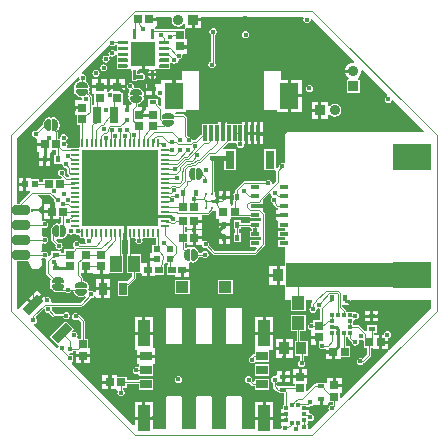
<source format=gbl>
G04*
G04 #@! TF.GenerationSoftware,Altium Limited,Altium NEXUS,3.0.14 (129)*
G04*
G04 Layer_Physical_Order=6*
G04 Layer_Color=16711680*
%FSLAX25Y25*%
%MOIN*%
G70*
G01*
G75*
%ADD11C,0.00394*%
%ADD14C,0.01000*%
%ADD15C,0.00000*%
%ADD34R,0.03740X0.04134*%
%ADD38R,0.03937X0.03150*%
%ADD68C,0.01968*%
G04:AMPARAMS|DCode=69|XSize=31.5mil|YSize=59.06mil|CornerRadius=7.87mil|HoleSize=0mil|Usage=FLASHONLY|Rotation=90.000|XOffset=0mil|YOffset=0mil|HoleType=Round|Shape=RoundedRectangle|*
%AMROUNDEDRECTD69*
21,1,0.03150,0.04331,0,0,90.0*
21,1,0.01575,0.05906,0,0,90.0*
1,1,0.01575,0.02165,0.00787*
1,1,0.01575,0.02165,-0.00787*
1,1,0.01575,-0.02165,-0.00787*
1,1,0.01575,-0.02165,0.00787*
%
%ADD69ROUNDEDRECTD69*%
%ADD73R,0.02992X0.02835*%
%ADD74R,0.01654X0.02441*%
%ADD75R,0.02835X0.02992*%
%ADD76R,0.02441X0.01654*%
%ADD80R,0.02559X0.04134*%
%ADD85R,0.01772X0.01772*%
%ADD107R,0.02913X0.03071*%
%ADD108C,0.01181*%
%ADD110R,0.03543X0.03543*%
%ADD111C,0.03543*%
%ADD112R,0.03543X0.03543*%
%ADD113C,0.01575*%
%ADD114C,0.01772*%
%ADD115R,0.01575X0.01575*%
%ADD116R,0.03150X0.06299*%
%ADD117R,0.07874X0.07874*%
%ADD118R,0.12598X0.08661*%
%ADD119R,0.01378X0.01476*%
%ADD120R,0.01476X0.01378*%
%ADD121R,0.01476X0.01378*%
%ADD122R,0.01378X0.01476*%
%ADD123R,0.02598X0.02441*%
%ADD124R,0.03071X0.02913*%
%ADD125R,0.01968X0.02362*%
%ADD126O,0.00886X0.04429*%
%ADD127O,0.00984X0.04378*%
%ADD128O,0.00787X0.04476*%
%ADD129O,0.01083X0.04323*%
%ADD130O,0.01181X0.04260*%
%ADD131O,0.01968X0.02992*%
%ADD132O,0.01280X0.04185*%
%ADD133O,0.01378X0.04095*%
%ADD134O,0.01476X0.03988*%
%ADD135O,0.01575X0.03862*%
%ADD136O,0.01673X0.03713*%
%ADD137O,0.01772X0.03532*%
%ADD138O,0.01831X0.03406*%
%ADD139O,0.01870X0.03307*%
%ADD140O,0.01929X0.03150*%
%ADD141O,0.02047X0.02480*%
%ADD142O,0.02008X0.02795*%
%ADD143C,0.02067*%
%ADD144O,0.04429X0.00886*%
%ADD145O,0.04378X0.00984*%
%ADD146O,0.04476X0.00787*%
%ADD147O,0.04323X0.01083*%
%ADD148O,0.04260X0.01181*%
%ADD149O,0.02992X0.01968*%
%ADD150O,0.04185X0.01280*%
%ADD151O,0.04095X0.01378*%
%ADD152O,0.03988X0.01476*%
%ADD153O,0.03862X0.01575*%
%ADD154O,0.03713X0.01673*%
%ADD155O,0.03532X0.01772*%
%ADD156O,0.03406X0.01831*%
%ADD157O,0.03307X0.01870*%
%ADD158O,0.03150X0.01929*%
%ADD159O,0.02480X0.02047*%
%ADD160O,0.02795X0.02008*%
%ADD161R,0.03898X0.05472*%
%ADD162R,0.02756X0.02559*%
G04:AMPARAMS|DCode=163|XSize=31.5mil|YSize=66.93mil|CornerRadius=0mil|HoleSize=0mil|Usage=FLASHONLY|Rotation=135.000|XOffset=0mil|YOffset=0mil|HoleType=Round|Shape=Rectangle|*
%AMROTATEDRECTD163*
4,1,4,0.03480,0.01253,-0.01253,-0.03480,-0.03480,-0.01253,0.01253,0.03480,0.03480,0.01253,0.0*
%
%ADD163ROTATEDRECTD163*%

%ADD164R,0.00787X0.00787*%
%ADD165R,0.08071X0.08071*%
%ADD166C,0.00992*%
%ADD167R,0.02953X0.05512*%
%ADD168R,0.02362X0.01968*%
%ADD169R,0.04134X0.04528*%
%ADD170R,0.25197X0.25197*%
%ADD171R,0.02559X0.00984*%
%ADD172R,0.00984X0.02559*%
%ADD173R,0.04331X0.03937*%
%ADD174R,0.03937X0.09055*%
%ADD175R,0.01181X0.05512*%
%ADD176R,0.06299X0.08661*%
%ADD177R,0.02953X0.01378*%
%ADD178C,0.01580*%
%ADD179C,0.07874*%
G36*
X56223Y139993D02*
X56119Y139469D01*
X56287Y138624D01*
X56766Y137908D01*
X57482Y137429D01*
X58327Y137261D01*
X59172Y137429D01*
X59888Y137908D01*
X60055Y138157D01*
X60555Y138006D01*
Y136909D01*
X60555Y136697D01*
X60154Y136457D01*
X57755D01*
X57638Y136505D01*
X57550D01*
X57407Y136564D01*
X50853D01*
X50638Y136846D01*
X50849Y137346D01*
X51138D01*
Y139264D01*
X48642D01*
Y140264D01*
X51138D01*
Y140493D01*
X55852D01*
X56223Y139993D01*
D02*
G37*
G36*
X50256Y133721D02*
Y133611D01*
X50172Y133408D01*
X50017Y133253D01*
X49814Y133169D01*
X49595D01*
X49393Y133253D01*
X49237Y133408D01*
X49154Y133611D01*
Y133721D01*
X49154Y136516D01*
X50256D01*
Y133721D01*
D02*
G37*
G36*
X44350D02*
X44350D01*
Y133611D01*
X44267Y133408D01*
X44111Y133253D01*
X43909Y133169D01*
X43690D01*
X43487Y133253D01*
X43332Y133408D01*
X43248Y133611D01*
Y133721D01*
Y136516D01*
X44350D01*
Y133721D01*
D02*
G37*
G36*
X55216Y131437D02*
X52312D01*
X52109Y131521D01*
X51954Y131676D01*
X51870Y131878D01*
Y131988D01*
Y132098D01*
X51954Y132300D01*
X52109Y132455D01*
X52312Y132539D01*
X55216D01*
Y131437D01*
D02*
G37*
G36*
X41395Y132455D02*
X41550Y132300D01*
X41634Y132098D01*
Y131988D01*
Y131878D01*
X41550Y131676D01*
X41395Y131521D01*
X41192Y131437D01*
X38287D01*
Y132539D01*
X41192D01*
X41395Y132455D01*
D02*
G37*
G36*
X55216Y129469D02*
X52312D01*
X52109Y129552D01*
X51954Y129708D01*
X51870Y129910D01*
Y130020D01*
Y130129D01*
X51954Y130332D01*
X52109Y130487D01*
X52312Y130571D01*
X52421D01*
X55216Y130571D01*
Y129469D01*
D02*
G37*
G36*
X41083Y130571D02*
X41192D01*
X41395Y130487D01*
X41550Y130332D01*
X41634Y130129D01*
Y130020D01*
Y129910D01*
X41550Y129708D01*
X41395Y129552D01*
X41192Y129469D01*
X38287D01*
Y130571D01*
X41083D01*
Y130571D01*
D02*
G37*
G36*
X100131Y140100D02*
X100156Y139993D01*
X100075Y139587D01*
X100167Y139126D01*
X100428Y138735D01*
X100819Y138474D01*
X101279Y138382D01*
X101740Y138474D01*
X102131Y138735D01*
X102392Y139126D01*
X102465Y139490D01*
X102747Y139641D01*
X102973Y139688D01*
X117033Y125629D01*
X116799Y125156D01*
X116634Y125177D01*
X115910Y125082D01*
X115236Y124803D01*
X114657Y124358D01*
X114213Y123779D01*
X113934Y123105D01*
X113904Y122882D01*
X116634D01*
Y121882D01*
X113904D01*
X113934Y121658D01*
X114213Y120984D01*
X114657Y120405D01*
X115123Y120047D01*
X114994Y119547D01*
X114468D01*
Y115217D01*
X118799D01*
Y119547D01*
X118274D01*
X118145Y120047D01*
X118611Y120405D01*
X119055Y120984D01*
X119334Y121658D01*
X119430Y122382D01*
X119408Y122547D01*
X119881Y122780D01*
X127951Y114710D01*
X127886Y114309D01*
X127809Y114146D01*
X127475Y113923D01*
X127214Y113532D01*
X127122Y113071D01*
X127214Y112610D01*
X127475Y112220D01*
X127866Y111959D01*
X128327Y111867D01*
X128788Y111959D01*
X129178Y112220D01*
X129401Y112553D01*
X129564Y112630D01*
X129966Y112696D01*
X140199Y102463D01*
X140007Y102001D01*
X94488D01*
X94187Y101876D01*
X94062Y101575D01*
Y92142D01*
X93571Y91869D01*
X93110Y91960D01*
X92649Y91869D01*
X92259Y91607D01*
X91998Y91217D01*
X91906Y90756D01*
X91956Y90505D01*
X91445Y89995D01*
X90945Y90202D01*
Y96457D01*
X87008D01*
Y89370D01*
X90532D01*
X90953Y89288D01*
X90995Y88891D01*
Y85698D01*
X90099Y84802D01*
X89638Y85048D01*
X89648Y85101D01*
X89557Y85562D01*
X89296Y85952D01*
X88905Y86213D01*
X88444Y86305D01*
X87983Y86213D01*
X87593Y85952D01*
X87475Y85777D01*
X80320D01*
X79868Y85590D01*
X77557Y83278D01*
X77369Y82826D01*
Y81974D01*
X77261Y81929D01*
X76788D01*
Y81456D01*
X76740Y81339D01*
X76788Y81221D01*
Y79610D01*
X76691Y79513D01*
X76503Y79061D01*
Y77818D01*
X76003Y77611D01*
X75859Y77755D01*
Y78008D01*
X75505Y78360D01*
X75505Y78508D01*
Y79815D01*
X73678D01*
X71851D01*
X71851Y78458D01*
X71351Y78187D01*
X71079Y78358D01*
Y78536D01*
X69685D01*
Y79536D01*
X71079D01*
Y80430D01*
X70919D01*
X70472Y80559D01*
Y82134D01*
X70205D01*
Y92406D01*
X73622D01*
Y89370D01*
X77559D01*
Y96457D01*
X73694D01*
X73392Y96861D01*
X74528Y97997D01*
X74776D01*
Y98246D01*
X75134Y98604D01*
X77544D01*
X77915Y98104D01*
X77887Y97962D01*
X77979Y97501D01*
X78240Y97111D01*
X78630Y96850D01*
X79091Y96758D01*
X79552Y96850D01*
X79943Y97111D01*
X80204Y97501D01*
X80295Y97962D01*
X80324Y97997D01*
X80560D01*
Y101753D01*
Y105509D01*
X79469D01*
Y104903D01*
X78607D01*
X78107Y104903D01*
Y104903D01*
X78107D01*
Y104903D01*
X74776D01*
Y105509D01*
X73686D01*
Y101753D01*
X72686D01*
Y105509D01*
X71595D01*
Y104903D01*
X66296D01*
Y101428D01*
X65878Y101255D01*
X64048Y99425D01*
X63307D01*
X62981Y99831D01*
X62973Y99870D01*
X62712Y100261D01*
X62321Y100522D01*
X61860Y100614D01*
X61610Y100564D01*
X61121Y101052D01*
Y106940D01*
X60934Y107392D01*
X60295Y108032D01*
X59842Y108219D01*
X57417D01*
X57270Y108324D01*
X57265Y108377D01*
X57546Y108824D01*
X60997D01*
Y109398D01*
X64918D01*
X65219Y109523D01*
X65344Y109824D01*
Y122029D01*
X65219Y122330D01*
X64918Y122455D01*
X59997D01*
X59695Y122330D01*
X59571Y122029D01*
Y119485D01*
X57347D01*
Y114155D01*
X56347D01*
Y119485D01*
X52698D01*
Y118202D01*
X52220Y118147D01*
Y118147D01*
X50500D01*
Y116320D01*
Y114493D01*
X51274D01*
X51467Y114206D01*
X51857Y113945D01*
X52318Y113853D01*
X52698Y113541D01*
Y110903D01*
X52198Y110696D01*
X51663Y111231D01*
Y111360D01*
X51614Y111477D01*
Y113210D01*
X48386D01*
Y110769D01*
X48386D01*
X48279Y110422D01*
X47818Y110326D01*
X47818Y110326D01*
X47818Y110326D01*
X45217D01*
X44958Y110714D01*
Y111475D01*
X45088Y111501D01*
X45098Y111507D01*
X45257Y111539D01*
X45292Y111562D01*
X45368Y111577D01*
X45411Y111606D01*
X45459Y111616D01*
X45540Y111670D01*
X45555Y111673D01*
X45611Y111710D01*
X45617Y111711D01*
X46050Y112000D01*
X46054Y112006D01*
X46121Y112051D01*
X46139Y112078D01*
X46225Y112136D01*
X46256Y112182D01*
X46314Y112221D01*
X46354Y112281D01*
X46391Y112305D01*
X46439Y112378D01*
X46457Y112390D01*
X46512Y112472D01*
X46516Y112475D01*
X46745Y112817D01*
X46747Y112828D01*
X46785Y112885D01*
X46790Y112909D01*
X46819Y112953D01*
X46826Y112986D01*
X46850Y113022D01*
X46857Y113059D01*
X46878Y113090D01*
X46886Y113131D01*
X46905Y113159D01*
X46966Y113466D01*
X46905Y113773D01*
X46896Y113786D01*
X46772Y114155D01*
X46896Y114524D01*
X46905Y114537D01*
X46966Y114844D01*
X46905Y115151D01*
X46886Y115179D01*
X46878Y115219D01*
X46857Y115251D01*
X46850Y115288D01*
X46826Y115324D01*
X46819Y115356D01*
X46790Y115401D01*
X46785Y115425D01*
X46747Y115481D01*
X46745Y115493D01*
X46516Y115835D01*
X46512Y115838D01*
X46457Y115920D01*
X46439Y115932D01*
X46391Y116004D01*
X46354Y116029D01*
X46314Y116089D01*
X46256Y116128D01*
X46225Y116174D01*
X46139Y116231D01*
X46121Y116258D01*
X46054Y116303D01*
X46050Y116309D01*
X45617Y116598D01*
X45611Y116600D01*
X45555Y116637D01*
X45540Y116640D01*
X45459Y116694D01*
X45411Y116704D01*
X45368Y116732D01*
X45292Y116747D01*
X45257Y116771D01*
X45098Y116802D01*
X45088Y116809D01*
X44535Y116919D01*
X44418D01*
X44319Y116939D01*
X44219Y116919D01*
X44102D01*
X43953Y116889D01*
X43588Y117254D01*
X43626Y117441D01*
X43534Y117902D01*
X43273Y118292D01*
X42882Y118553D01*
X42421Y118645D01*
X41960Y118553D01*
X41570Y118292D01*
X41309Y117902D01*
X41217Y117441D01*
X41309Y116980D01*
X41570Y116589D01*
X41906Y116365D01*
X41935Y116339D01*
X41987Y116251D01*
X42052Y116055D01*
X42092Y115792D01*
X41892Y115493D01*
X41890Y115481D01*
X41852Y115425D01*
X41847Y115401D01*
X41818Y115356D01*
X41811Y115324D01*
X41787Y115288D01*
X41780Y115251D01*
X41759Y115219D01*
X41751Y115179D01*
X41732Y115151D01*
X41671Y114844D01*
X41732Y114537D01*
X41741Y114524D01*
X41865Y114155D01*
X41741Y113786D01*
X41732Y113773D01*
X41671Y113466D01*
X41732Y113159D01*
X41751Y113131D01*
X41759Y113090D01*
X41780Y113059D01*
X41787Y113022D01*
X41811Y112986D01*
X41818Y112953D01*
X41847Y112909D01*
X41852Y112885D01*
X41890Y112828D01*
X41892Y112817D01*
X42121Y112475D01*
X42125Y112472D01*
X42180Y112390D01*
X42198Y112378D01*
X42247Y112305D01*
X42283Y112281D01*
X42323Y112221D01*
X42381Y112182D01*
X42412Y112136D01*
X42498Y112078D01*
X42516Y112051D01*
X42583Y112006D01*
X42587Y112000D01*
X42902Y111790D01*
X42777Y111327D01*
X42754Y111290D01*
X41794D01*
Y109405D01*
X40794D01*
Y111290D01*
X40341D01*
X39902Y111437D01*
Y114689D01*
X40508D01*
Y116685D01*
X35673D01*
Y115849D01*
X35463Y115677D01*
X35102Y115605D01*
X34755Y115791D01*
X34602Y115919D01*
Y116685D01*
X32185D01*
X29768D01*
Y114689D01*
X30374D01*
Y111437D01*
X30374D01*
X30272Y110979D01*
X29588D01*
Y113847D01*
X29401Y114299D01*
X28594Y115106D01*
X28741Y115471D01*
X28742Y115476D01*
X28767Y115539D01*
X28828Y115847D01*
X28767Y116154D01*
X28759Y116166D01*
X28634Y116535D01*
X28759Y116905D01*
X28767Y116917D01*
X28828Y117224D01*
X28767Y117532D01*
X28749Y117559D01*
X28741Y117600D01*
X28720Y117632D01*
X28712Y117668D01*
X28688Y117704D01*
X28682Y117737D01*
X28652Y117781D01*
X28648Y117805D01*
X28610Y117862D01*
X28607Y117874D01*
X28379Y118216D01*
X28374Y118219D01*
X28320Y118300D01*
X28301Y118313D01*
X28253Y118385D01*
X28217Y118409D01*
X28176Y118470D01*
X28119Y118508D01*
X28088Y118554D01*
X28002Y118612D01*
X27983Y118639D01*
X27916Y118684D01*
X27912Y118690D01*
X27570Y118919D01*
X27457Y119316D01*
X27480Y119495D01*
X27489Y119518D01*
X27687Y119815D01*
X27779Y120276D01*
X27687Y120736D01*
X27426Y121127D01*
X27036Y121388D01*
X26575Y121480D01*
X26513Y121467D01*
X26267Y121928D01*
X35427Y131089D01*
X35501Y131082D01*
X35892Y130821D01*
X36353Y130729D01*
X36814Y130821D01*
X37204Y131082D01*
X37803Y131092D01*
X37986Y130886D01*
Y130872D01*
X37861Y130571D01*
Y129469D01*
X37922Y129323D01*
X37839Y129177D01*
X37293Y129094D01*
X37163Y129288D01*
X36773Y129550D01*
X36312Y129641D01*
X35851Y129550D01*
X35460Y129288D01*
X35199Y128898D01*
X35108Y128437D01*
X35199Y127976D01*
X35333Y127776D01*
X34973Y127415D01*
X34873Y127482D01*
X34713Y127589D01*
X34252Y127681D01*
X33791Y127589D01*
X33400Y127328D01*
X33139Y126937D01*
X33048Y126476D01*
X33139Y126016D01*
X33400Y125625D01*
X33791Y125364D01*
X34252Y125272D01*
X34713Y125364D01*
X35103Y125625D01*
X35364Y126016D01*
X35456Y126476D01*
X35364Y126937D01*
X35231Y127138D01*
X35591Y127498D01*
X35691Y127431D01*
X35851Y127324D01*
X36312Y127233D01*
X36773Y127324D01*
X37163Y127585D01*
X37361Y127881D01*
X37839Y127807D01*
X37861Y127798D01*
Y127500D01*
X37986Y127199D01*
Y126935D01*
X37861Y126634D01*
Y125531D01*
X37986Y125230D01*
Y124967D01*
X37861Y124665D01*
Y123563D01*
X37986Y123262D01*
X38287Y123137D01*
X41192D01*
X41216Y123147D01*
X41717Y123016D01*
Y123016D01*
X42463D01*
X42647Y122846D01*
X42771Y122681D01*
X42832Y122516D01*
X42822Y122492D01*
Y120270D01*
X42796Y120138D01*
X42822Y120006D01*
Y119587D01*
X42947Y119285D01*
X43248Y119160D01*
X43667D01*
X43799Y119134D01*
X43931Y119160D01*
X44350D01*
X44652Y119285D01*
X44771Y119573D01*
X45441D01*
X45604Y119464D01*
X46065Y119372D01*
X46526Y119464D01*
X46917Y119725D01*
X47178Y120116D01*
X47269Y120577D01*
X47178Y121038D01*
X46917Y121428D01*
X46526Y121689D01*
X46065Y121781D01*
X45604Y121689D01*
X45441Y121580D01*
X44776D01*
Y122492D01*
X44767Y122516D01*
X44828Y122681D01*
X44952Y122846D01*
X45136Y123016D01*
X46252D01*
Y128051D01*
X47252D01*
Y123016D01*
X48740D01*
X48891Y122516D01*
X48626Y122338D01*
X48296Y121844D01*
X48279Y121760D01*
X49154D01*
Y122382D01*
X49154D01*
Y122492D01*
X49237Y122694D01*
X49393Y122849D01*
X49595Y122933D01*
X49814D01*
X50017Y122849D01*
X50172Y122694D01*
X50256Y122492D01*
Y122382D01*
Y121760D01*
X51131D01*
X51114Y121844D01*
X50783Y122338D01*
X50518Y122516D01*
X50670Y123016D01*
X51787D01*
Y123016D01*
X52287Y123147D01*
X52312Y123137D01*
X55216D01*
X55518Y123262D01*
X55643Y123563D01*
Y124665D01*
X55589Y124796D01*
X55702Y125054D01*
X55862Y125115D01*
X56277Y125172D01*
X56572Y124975D01*
X57033Y124883D01*
X57494Y124975D01*
X57884Y125236D01*
X58145Y125626D01*
X58208Y125942D01*
X58459Y126243D01*
X58684Y126402D01*
X59033Y126471D01*
X59424Y126732D01*
X59685Y127123D01*
X59777Y127584D01*
X59736Y127791D01*
X60076Y128291D01*
X61276D01*
Y130287D01*
X58858D01*
Y131287D01*
X61276D01*
Y133283D01*
X60669D01*
Y136244D01*
X60669Y136457D01*
X61070Y136697D01*
X62827D01*
Y139468D01*
X63327D01*
Y139968D01*
X66098D01*
Y140493D01*
X99863D01*
X100131Y140100D01*
D02*
G37*
G36*
X55216Y127500D02*
X52312D01*
X52109Y127584D01*
X51954Y127739D01*
X51870Y127942D01*
Y128051D01*
Y128161D01*
X51954Y128363D01*
X52109Y128518D01*
X52312Y128602D01*
X55216D01*
Y127500D01*
D02*
G37*
G36*
X41395Y128518D02*
X41550Y128363D01*
X41634Y128161D01*
Y128051D01*
Y127942D01*
X41550Y127739D01*
X41395Y127584D01*
X41192Y127500D01*
X38287D01*
Y128602D01*
X41192D01*
X41395Y128518D01*
D02*
G37*
G36*
X55216Y125531D02*
X52421D01*
Y125531D01*
X52312D01*
X52109Y125615D01*
X51954Y125770D01*
X51870Y125973D01*
Y126083D01*
Y126192D01*
X51954Y126395D01*
X52109Y126550D01*
X52312Y126634D01*
X55216D01*
Y125531D01*
D02*
G37*
G36*
X41395Y126550D02*
X41550Y126395D01*
X41634Y126192D01*
Y126083D01*
Y125973D01*
X41550Y125770D01*
X41395Y125615D01*
X41192Y125531D01*
X41083D01*
X38287Y125531D01*
Y126634D01*
X41192D01*
X41395Y126550D01*
D02*
G37*
G36*
X55216Y123563D02*
X52312D01*
X52109Y123647D01*
X51954Y123802D01*
X51870Y124004D01*
Y124114D01*
Y124224D01*
X51954Y124426D01*
X52109Y124581D01*
X52312Y124665D01*
X55216D01*
Y123563D01*
D02*
G37*
G36*
X41395Y124581D02*
X41550Y124426D01*
X41634Y124224D01*
Y124114D01*
Y124004D01*
X41550Y123802D01*
X41395Y123647D01*
X41192Y123563D01*
X38287D01*
Y124665D01*
X41192D01*
X41395Y124581D01*
D02*
G37*
G36*
X44111Y122849D02*
X44267Y122694D01*
X44350Y122492D01*
Y122382D01*
X44350Y119587D01*
X43248D01*
Y122382D01*
Y122492D01*
X43332Y122694D01*
X43487Y122849D01*
X43690Y122933D01*
X43909D01*
X44111Y122849D01*
D02*
G37*
G36*
X25383Y120337D02*
X25371Y120276D01*
X25462Y119815D01*
X25549Y119685D01*
X25422Y119192D01*
X25412Y119189D01*
X25402Y119183D01*
X25242Y119151D01*
X25207Y119128D01*
X25132Y119113D01*
X25089Y119084D01*
X25041Y119075D01*
X24960Y119020D01*
X24944Y119017D01*
X24889Y118980D01*
X24883Y118979D01*
X24450Y118690D01*
X24446Y118684D01*
X24379Y118639D01*
X24361Y118612D01*
X24274Y118554D01*
X24244Y118508D01*
X24186Y118470D01*
X24146Y118409D01*
X24109Y118385D01*
X24061Y118313D01*
X24042Y118300D01*
X23988Y118219D01*
X23983Y118216D01*
X23755Y117874D01*
X23753Y117862D01*
X23715Y117805D01*
X23710Y117781D01*
X23680Y117737D01*
X23674Y117704D01*
X23650Y117668D01*
X23642Y117632D01*
X23621Y117600D01*
X23613Y117559D01*
X23595Y117532D01*
X23534Y117224D01*
X23595Y116917D01*
X23603Y116905D01*
X23728Y116535D01*
X23603Y116166D01*
X23595Y116154D01*
X23534Y115847D01*
X23595Y115539D01*
X23613Y115512D01*
X23621Y115471D01*
X23642Y115439D01*
X23650Y115402D01*
X23674Y115367D01*
X23680Y115334D01*
X23710Y115290D01*
X23715Y115266D01*
X23753Y115209D01*
X23755Y115197D01*
X23983Y114855D01*
X23988Y114852D01*
X24042Y114771D01*
X24061Y114758D01*
X24109Y114686D01*
X24146Y114662D01*
X24186Y114601D01*
X24244Y114563D01*
X24274Y114516D01*
X24361Y114459D01*
X24379Y114432D01*
X24446Y114387D01*
X24450Y114381D01*
X24883Y114092D01*
X24889Y114091D01*
X24944Y114053D01*
X24960Y114050D01*
X25041Y113996D01*
X25089Y113987D01*
X25132Y113958D01*
X25207Y113943D01*
X25242Y113920D01*
X25402Y113888D01*
X25412Y113881D01*
X25956Y113773D01*
X25965Y113771D01*
X26233Y113537D01*
X26314Y113412D01*
X26366Y113283D01*
X26367Y113277D01*
X26395Y113135D01*
X26023Y112635D01*
X23961D01*
Y110639D01*
X26378D01*
Y109639D01*
X23961D01*
Y107643D01*
X24567D01*
Y104470D01*
X25739D01*
Y100197D01*
X25492D01*
Y97063D01*
X25378D01*
Y96949D01*
X22244D01*
Y96702D01*
X21372D01*
X21244Y96902D01*
X21155Y97202D01*
X21363Y97514D01*
X21455Y97975D01*
X21363Y98436D01*
X21102Y98826D01*
Y99372D01*
X21363Y99763D01*
X21455Y100224D01*
X21363Y100685D01*
X21102Y101075D01*
X20711Y101337D01*
X20251Y101428D01*
X19790Y101337D01*
X19399Y101075D01*
X19138Y100685D01*
X19046Y100224D01*
X18733Y99843D01*
X18213D01*
Y102198D01*
X18059Y102569D01*
X18108Y102643D01*
X18135Y102661D01*
X18180Y102729D01*
X18186Y102733D01*
X18475Y103165D01*
X18477Y103171D01*
X18514Y103227D01*
X18517Y103242D01*
X18571Y103323D01*
X18580Y103371D01*
X18609Y103414D01*
X18624Y103490D01*
X18647Y103525D01*
X18679Y103684D01*
X18686Y103694D01*
X18796Y104247D01*
Y104364D01*
X18816Y104464D01*
X18796Y104564D01*
Y104680D01*
X18686Y105233D01*
X18679Y105243D01*
X18647Y105403D01*
X18624Y105437D01*
X18609Y105513D01*
X18580Y105556D01*
X18571Y105604D01*
X18517Y105685D01*
X18514Y105701D01*
X18477Y105756D01*
X18475Y105762D01*
X18186Y106195D01*
X18180Y106199D01*
X18135Y106266D01*
X18108Y106284D01*
X18051Y106370D01*
X18004Y106401D01*
X17966Y106459D01*
X17906Y106499D01*
X17881Y106536D01*
X17809Y106584D01*
X17797Y106603D01*
X17715Y106657D01*
X17712Y106661D01*
X17370Y106890D01*
X17358Y106892D01*
X17302Y106930D01*
X17277Y106935D01*
X17233Y106965D01*
X17201Y106971D01*
X17165Y106995D01*
X17128Y107002D01*
X17096Y107023D01*
X17055Y107032D01*
X17028Y107050D01*
X16721Y107111D01*
X16413Y107050D01*
X16153Y106876D01*
X15910D01*
X15650Y107050D01*
X15343Y107111D01*
X15035Y107050D01*
X15008Y107032D01*
X14967Y107023D01*
X14935Y107002D01*
X14899Y106995D01*
X14863Y106971D01*
X14830Y106965D01*
X14786Y106935D01*
X14762Y106930D01*
X14705Y106892D01*
X14693Y106890D01*
X14352Y106661D01*
X14349Y106657D01*
X14267Y106603D01*
X14254Y106584D01*
X14182Y106536D01*
X14158Y106499D01*
X14097Y106459D01*
X14059Y106401D01*
X14013Y106370D01*
X13955Y106284D01*
X13928Y106266D01*
X13883Y106199D01*
X13877Y106195D01*
X13588Y105762D01*
X13587Y105756D01*
X13550Y105701D01*
X13547Y105685D01*
X13492Y105604D01*
X13483Y105556D01*
X13454Y105513D01*
X13439Y105437D01*
X13416Y105403D01*
X13384Y105243D01*
X13378Y105233D01*
X13298Y104833D01*
X11077Y102612D01*
X10827Y102662D01*
X10366Y102570D01*
X9975Y102309D01*
X9714Y101918D01*
X9623Y101457D01*
X9714Y100996D01*
X9975Y100606D01*
X10366Y100345D01*
X10827Y100253D01*
X11298Y99837D01*
Y98532D01*
X13794D01*
Y97531D01*
X11298D01*
Y95614D01*
X11828D01*
X12040Y95202D01*
X12040Y95114D01*
Y93481D01*
X13866D01*
X15693D01*
Y95114D01*
X15693Y95202D01*
X15905Y95614D01*
X16290D01*
Y96220D01*
X17558D01*
Y94596D01*
X16977D01*
Y91367D01*
X19259D01*
X19430Y91357D01*
X19791Y91061D01*
X19827Y90878D01*
X20088Y90487D01*
X20479Y90226D01*
X20940Y90134D01*
X20981Y90143D01*
X21408Y89774D01*
Y88617D01*
X21595Y88165D01*
X22006Y87753D01*
X22002Y87666D01*
X21884Y87253D01*
X21204D01*
X20539Y87919D01*
X20601Y88011D01*
X20692Y88472D01*
X20601Y88933D01*
X20340Y89323D01*
X19949Y89584D01*
X19488Y89676D01*
X19027Y89584D01*
X18637Y89323D01*
X18376Y88933D01*
X18284Y88472D01*
X18376Y88011D01*
X18637Y87620D01*
X19027Y87359D01*
X19339Y87297D01*
X19556Y86984D01*
X19339Y86516D01*
X17429D01*
X17126Y86516D01*
X16626Y86516D01*
X13386D01*
Y85482D01*
X12106D01*
Y86319D01*
X9350Y86319D01*
X9169Y86744D01*
Y86925D01*
X7685D01*
Y84744D01*
Y82563D01*
X8806D01*
X9013Y82063D01*
X5479Y78528D01*
X5315Y78133D01*
X4507D01*
Y100169D01*
X24922Y120584D01*
X25383Y120337D01*
D02*
G37*
G36*
X17043Y79656D02*
X16993Y79406D01*
X17085Y78945D01*
X17345Y78554D01*
X17415Y78508D01*
X17263Y78008D01*
X16721D01*
Y75590D01*
Y73173D01*
X18717D01*
Y73779D01*
X19361D01*
Y71736D01*
X19083Y71681D01*
X19070Y71672D01*
X18701Y71548D01*
X18331Y71672D01*
X18319Y71681D01*
X18012Y71742D01*
X17705Y71681D01*
X17677Y71662D01*
X17636Y71654D01*
X17605Y71633D01*
X17568Y71626D01*
X17532Y71602D01*
X17499Y71595D01*
X17455Y71566D01*
X17431Y71561D01*
X17374Y71523D01*
X17363Y71521D01*
X17021Y71292D01*
X17018Y71288D01*
X16936Y71233D01*
X16924Y71215D01*
X16851Y71166D01*
X16827Y71130D01*
X16767Y71090D01*
X16728Y71032D01*
X16682Y71001D01*
X16624Y70915D01*
X16597Y70897D01*
X16552Y70830D01*
X16546Y70826D01*
X16257Y70393D01*
X16256Y70387D01*
X16219Y70331D01*
X16216Y70316D01*
X16161Y70235D01*
X16152Y70187D01*
X16123Y70144D01*
X16108Y70068D01*
X16085Y70034D01*
X16053Y69874D01*
X16047Y69864D01*
X15937Y69311D01*
Y69194D01*
X15917Y69095D01*
X15937Y68995D01*
Y68878D01*
X15945Y68835D01*
Y66147D01*
X16133Y65695D01*
X17448Y64380D01*
X17398Y64129D01*
X17490Y63668D01*
X17751Y63278D01*
X18142Y63016D01*
X18537Y62938D01*
X18488Y62438D01*
X16038D01*
Y61153D01*
X15763Y61040D01*
X15420Y60696D01*
X14959Y60943D01*
X14998Y61139D01*
X14906Y61600D01*
X14645Y61990D01*
X14255Y62251D01*
X13794Y62343D01*
X13333Y62251D01*
X13060Y62069D01*
X12700Y62430D01*
X12945Y62797D01*
X13113Y63642D01*
X12945Y64487D01*
X12880Y64585D01*
X13116Y65131D01*
X13232Y65150D01*
X13406Y65034D01*
X13866Y64943D01*
X14327Y65034D01*
X14718Y65295D01*
X14979Y65686D01*
X15071Y66147D01*
X14979Y66608D01*
X14718Y66998D01*
X14327Y67259D01*
X13866Y67351D01*
X13406Y67259D01*
X13229Y67141D01*
X13120Y67159D01*
X12883Y67704D01*
X12945Y67797D01*
X13113Y68642D01*
X12945Y69487D01*
X12847Y69634D01*
X13067Y70205D01*
X13288Y70261D01*
X13333Y70230D01*
X13794Y70139D01*
X14255Y70230D01*
X14645Y70491D01*
X14906Y70882D01*
X14998Y71343D01*
X14906Y71804D01*
X14645Y72194D01*
X14255Y72455D01*
X13794Y72547D01*
X13333Y72455D01*
X13307Y72438D01*
X12948Y72794D01*
X12945Y72798D01*
X13113Y73642D01*
X12945Y74487D01*
X12467Y75203D01*
X11750Y75681D01*
X10905Y75849D01*
X10061Y75681D01*
X9775Y75491D01*
X9275Y75758D01*
Y76525D01*
X9775Y76793D01*
X10061Y76602D01*
X10905Y76434D01*
X11750Y76602D01*
X12467Y77081D01*
X12945Y77797D01*
X13113Y78642D01*
X12945Y79487D01*
X12467Y80203D01*
X11750Y80681D01*
X11403Y80751D01*
X11452Y81251D01*
X15448D01*
X17043Y79656D01*
D02*
G37*
G36*
X89300Y81488D02*
X89340Y81284D01*
X89601Y80893D01*
X89504Y80357D01*
X89502Y80356D01*
X89241Y79965D01*
X89150Y79504D01*
X89241Y79044D01*
X89502Y78653D01*
X89893Y78392D01*
X89902Y78390D01*
Y78332D01*
X90089Y77880D01*
X90862Y77107D01*
X91314Y76920D01*
X91471Y76763D01*
X91529Y76502D01*
X91208Y76098D01*
X90985D01*
Y74910D01*
X93461D01*
Y73909D01*
X90985D01*
Y72720D01*
X91297D01*
X91591Y72342D01*
Y70177D01*
X94062D01*
Y69193D01*
X91591D01*
Y67028D01*
X94062D01*
Y66043D01*
X91591D01*
Y63878D01*
X94062D01*
Y57398D01*
X92134D01*
Y54331D01*
Y51264D01*
X94062D01*
Y46457D01*
X94187Y46155D01*
X94488Y46031D01*
X95965D01*
Y42349D01*
X100886D01*
Y46031D01*
X102818D01*
X103009Y45569D01*
X102848Y45408D01*
X102661Y44956D01*
Y44033D01*
X102449Y43891D01*
X102188Y43500D01*
X102096Y43039D01*
X102188Y42578D01*
X102449Y42188D01*
X102839Y41927D01*
X103300Y41835D01*
X103761Y41927D01*
X104152Y42188D01*
X104413Y42578D01*
X104504Y43039D01*
X104504Y43040D01*
X104546Y43112D01*
X104938Y43425D01*
X105208Y43371D01*
X105292Y43387D01*
X105758Y42970D01*
Y39311D01*
X103307D01*
Y38845D01*
X102807Y38478D01*
X102657Y38507D01*
X102197Y38416D01*
X101806Y38155D01*
X101545Y37764D01*
X101453Y37303D01*
X101545Y36842D01*
X101806Y36452D01*
X102197Y36191D01*
X102657Y36099D01*
X102701Y36063D01*
Y34142D01*
X105118D01*
Y33142D01*
X102701D01*
Y31146D01*
X104772D01*
X105001Y30866D01*
X105093Y30405D01*
X105354Y30015D01*
X105745Y29754D01*
X106205Y29662D01*
X106666Y29754D01*
X106984Y29966D01*
X107272Y29884D01*
X107484Y29754D01*
Y29437D01*
X109980D01*
Y28937D01*
X110480D01*
Y26520D01*
X112476D01*
Y27126D01*
X115728D01*
Y30748D01*
X114222D01*
Y33603D01*
X114299Y33680D01*
X114798Y33666D01*
X114961Y33514D01*
X115148Y33062D01*
X116202Y32008D01*
X116263Y31701D01*
X116524Y31310D01*
X116915Y31049D01*
X117376Y30957D01*
X117837Y31049D01*
X118227Y31310D01*
X118488Y31701D01*
X118580Y32162D01*
X118508Y32526D01*
X118725Y32776D01*
X118906Y32893D01*
X119299Y32814D01*
X119638Y32882D01*
X120138Y32603D01*
Y30276D01*
X121388D01*
Y27993D01*
X119930Y26534D01*
X119853Y26542D01*
X119463Y26803D01*
X119002Y26895D01*
X118541Y26803D01*
X118150Y26542D01*
X117889Y26151D01*
X117798Y25690D01*
X117889Y25229D01*
X118150Y24839D01*
X118541Y24578D01*
X119002Y24486D01*
X119463Y24578D01*
X119853Y24839D01*
X119998Y25054D01*
X120441Y25238D01*
X122479Y27276D01*
X122667Y27728D01*
Y30276D01*
X123311D01*
Y29669D01*
X125307D01*
Y32087D01*
Y34504D01*
X123474D01*
Y35236D01*
X124449D01*
Y37677D01*
X121221D01*
Y35942D01*
X120721Y35735D01*
X118897Y37558D01*
X118445Y37745D01*
X116732D01*
Y39277D01*
X117232Y39647D01*
X117376Y39619D01*
X117837Y39710D01*
X118227Y39971D01*
X118488Y40362D01*
X118580Y40823D01*
X118488Y41284D01*
X118227Y41675D01*
X117837Y41936D01*
X117376Y42027D01*
X117232Y41999D01*
X116732Y42126D01*
Y42126D01*
X114665D01*
Y42224D01*
X114222D01*
Y42515D01*
X114035Y42967D01*
X113069Y43933D01*
X113108Y44433D01*
X115902D01*
Y46031D01*
X142493D01*
Y43331D01*
X128784Y29622D01*
X128303Y29849D01*
Y31587D01*
X126307D01*
Y29669D01*
X128124D01*
X128351Y29189D01*
X112706Y13544D01*
X112244Y13736D01*
Y15142D01*
X112850D01*
Y17138D01*
X110433D01*
Y17638D01*
X109933D01*
Y20134D01*
X108016D01*
Y18790D01*
X107618Y18543D01*
X104390D01*
Y17962D01*
X103839D01*
X103387Y17775D01*
X101289Y15677D01*
X100827Y15868D01*
Y18094D01*
X101433D01*
Y20090D01*
X99016D01*
X96598D01*
Y18094D01*
X97205D01*
Y17450D01*
X95020D01*
Y17461D01*
X91791D01*
Y17461D01*
X91487Y17335D01*
X91092Y17652D01*
Y18570D01*
X91304Y18712D01*
X91326Y18744D01*
X92905D01*
Y20571D01*
Y22398D01*
X91185D01*
Y21050D01*
X90685Y20721D01*
X90453Y20767D01*
X89992Y20676D01*
X89601Y20415D01*
X89340Y20024D01*
X89249Y19563D01*
X89340Y19102D01*
X89601Y18712D01*
X89814Y18570D01*
Y17323D01*
X90001Y16871D01*
X91083Y15788D01*
X91535Y15601D01*
X91791D01*
Y15020D01*
X93701D01*
Y11122D01*
X93209D01*
Y9760D01*
X92602D01*
Y8571D01*
X94340D01*
Y7571D01*
X92602D01*
Y6602D01*
X94340D01*
Y5602D01*
X92602D01*
Y4413D01*
X92602Y4413D01*
X92846Y3913D01*
X92772Y3543D01*
X92779Y3507D01*
X92369Y3007D01*
X89976D01*
Y6242D01*
X87008D01*
X84039D01*
Y3007D01*
X79717D01*
Y13632D01*
X79593Y13933D01*
X79291Y14058D01*
X74567D01*
X74266Y13933D01*
X74141Y13632D01*
Y3007D01*
X69718D01*
Y13632D01*
X69593Y13933D01*
X69291Y14058D01*
X64567D01*
X64266Y13933D01*
X64141Y13632D01*
Y3007D01*
X59718D01*
Y13632D01*
X59593Y13933D01*
X59291Y14058D01*
X54567D01*
X54266Y13933D01*
X54141Y13632D01*
Y3007D01*
X49819D01*
Y6242D01*
X43882D01*
Y4610D01*
X43420Y4418D01*
X22907Y24932D01*
X23098Y25394D01*
X23425D01*
Y27953D01*
X22129D01*
X22069Y28043D01*
X22336Y28543D01*
X23425D01*
Y29184D01*
X24158D01*
Y28039D01*
X28992D01*
Y30035D01*
X28386D01*
Y33209D01*
X27214D01*
Y39158D01*
X27027Y39610D01*
X25530Y41107D01*
X25166Y41258D01*
X25000Y41506D01*
X24609Y41767D01*
X24148Y41859D01*
X23687Y41767D01*
X23297Y41506D01*
X23036Y41116D01*
X22944Y40655D01*
X23036Y40194D01*
X23297Y39803D01*
X23687Y39542D01*
X24148Y39450D01*
X24609Y39542D01*
X25000Y39803D01*
X25023Y39805D01*
X25936Y38893D01*
Y33209D01*
X24895D01*
X24575Y33631D01*
X24733Y33866D01*
X24824Y34327D01*
X24733Y34788D01*
X24472Y35178D01*
X24081Y35440D01*
X23620Y35531D01*
X23332Y35474D01*
X23085Y35935D01*
X23533Y36382D01*
X20749Y39166D01*
X15460Y33877D01*
X18244Y31093D01*
Y31093D01*
X18541Y30716D01*
X18384Y30481D01*
X18331Y30215D01*
X17824Y30018D01*
X17821Y30018D01*
X10172Y37666D01*
X10337Y38209D01*
X10500Y38241D01*
X10891Y38502D01*
X11152Y38893D01*
X11244Y39354D01*
X11152Y39815D01*
X10891Y40205D01*
X10942Y40766D01*
X13390Y43214D01*
X13797Y43016D01*
X13858Y42975D01*
X13947Y42527D01*
X14208Y42137D01*
X14598Y41876D01*
X15059Y41784D01*
X15310Y41834D01*
X16657Y40486D01*
X17109Y40299D01*
X19996D01*
X20138Y40086D01*
X20528Y39825D01*
X20989Y39734D01*
X21450Y39825D01*
X21841Y40086D01*
X22102Y40477D01*
X22194Y40938D01*
X22102Y41399D01*
X21841Y41789D01*
X21450Y42050D01*
X20989Y42142D01*
X20528Y42050D01*
X20138Y41789D01*
X19996Y41577D01*
X17374D01*
X16214Y42738D01*
X16263Y42988D01*
X16172Y43449D01*
X16167Y43456D01*
X16435Y43956D01*
X26019D01*
X26471Y44143D01*
X29180Y46852D01*
X29431Y46802D01*
X29891Y46894D01*
X30282Y47155D01*
X30390Y47316D01*
X30890Y47164D01*
Y46860D01*
X32669D01*
Y49427D01*
X30890D01*
Y48849D01*
X30390Y48697D01*
X30282Y48858D01*
X29891Y49119D01*
X29431Y49211D01*
X29115Y49148D01*
X29068Y49154D01*
X28693Y49364D01*
X28582Y49461D01*
X28571Y49520D01*
X28562Y49532D01*
X28437Y49902D01*
X28562Y50271D01*
X28571Y50283D01*
X28632Y50591D01*
X28571Y50898D01*
X28552Y50925D01*
X28544Y50966D01*
X28523Y50998D01*
X28515Y51035D01*
X28492Y51070D01*
X28485Y51103D01*
X28456Y51147D01*
X28451Y51171D01*
X28413Y51228D01*
X28411Y51240D01*
X28182Y51582D01*
X28178Y51585D01*
X28123Y51666D01*
X28104Y51679D01*
X28056Y51751D01*
X28020Y51775D01*
X27979Y51836D01*
X27922Y51874D01*
X27891Y51920D01*
X27805Y51978D01*
X27787Y52005D01*
X27719Y52050D01*
X27715Y52056D01*
X27282Y52345D01*
X27277Y52346D01*
X27221Y52384D01*
X27206Y52387D01*
X27125Y52441D01*
X27077Y52450D01*
X27034Y52479D01*
X26958Y52494D01*
X26923Y52517D01*
X26763Y52549D01*
X26754Y52556D01*
X26623Y52582D01*
Y53445D01*
X26436Y53897D01*
X25872Y54462D01*
X26061Y54962D01*
X26961D01*
Y57458D01*
X27961D01*
Y54962D01*
X29878D01*
Y54962D01*
X30220Y54883D01*
X30220Y54883D01*
X30345Y54883D01*
X32177D01*
Y57418D01*
X33177D01*
Y54883D01*
X35134D01*
Y54883D01*
X35236Y55036D01*
X39921D01*
Y61296D01*
X39616D01*
Y66126D01*
X40051D01*
Y68405D01*
X41051D01*
Y66126D01*
X41487D01*
Y61296D01*
X41181D01*
Y55036D01*
X42884D01*
Y53853D01*
X41419Y52388D01*
X38189D01*
Y47467D01*
X41535D01*
Y50941D01*
X41954Y51115D01*
X43976Y53137D01*
X44163Y53589D01*
Y55036D01*
X45866D01*
X46123Y54643D01*
Y53977D01*
X47923D01*
Y56198D01*
Y58418D01*
X46123D01*
X45866Y58812D01*
Y61296D01*
X42765D01*
Y66732D01*
X43823D01*
X44128Y66232D01*
X44071Y65949D01*
X44163Y65488D01*
X44424Y65097D01*
X44815Y64836D01*
X45276Y64745D01*
X45736Y64836D01*
X46127Y65097D01*
X46388Y65488D01*
X46480Y65949D01*
X46424Y66232D01*
X46728Y66732D01*
X50936D01*
Y64416D01*
X49564D01*
Y61676D01*
X48958D01*
Y60191D01*
X51139D01*
Y59191D01*
X48958D01*
Y58418D01*
X48923D01*
Y56198D01*
Y53977D01*
X50722D01*
Y54584D01*
X53580D01*
Y57812D01*
X53580D01*
X53519Y57903D01*
X53542Y57959D01*
X53894Y58313D01*
X54830D01*
Y57717D01*
X54550D01*
Y54488D01*
X57408D01*
Y53882D01*
X59207D01*
Y56102D01*
X59707D01*
Y56602D01*
X62007D01*
Y58323D01*
X62241Y58680D01*
X62549Y58784D01*
X62919Y58659D01*
X62931Y58651D01*
X63238Y58590D01*
X63545Y58651D01*
X63573Y58669D01*
X63614Y58677D01*
X63645Y58699D01*
X63682Y58706D01*
X63718Y58730D01*
X63751Y58736D01*
X63795Y58766D01*
X63819Y58771D01*
X63876Y58809D01*
X63888Y58811D01*
X64229Y59039D01*
X64232Y59044D01*
X64314Y59098D01*
X64326Y59117D01*
X64399Y59165D01*
X64423Y59202D01*
X64483Y59242D01*
X64522Y59300D01*
X64568Y59330D01*
X64626Y59417D01*
X64653Y59435D01*
X64698Y59502D01*
X64704Y59506D01*
X64993Y59939D01*
X64994Y59945D01*
X65031Y60000D01*
X65034Y60016D01*
X65088Y60097D01*
X65098Y60145D01*
X65127Y60188D01*
X65142Y60264D01*
X65165Y60298D01*
X65197Y60458D01*
X65203Y60468D01*
X65229Y60598D01*
X66313D01*
X66429Y60425D01*
X66819Y60164D01*
X67280Y60072D01*
X67741Y60164D01*
X68132Y60425D01*
X68393Y60816D01*
X68484Y61277D01*
X68393Y61737D01*
X68132Y62128D01*
X67741Y62389D01*
X67280Y62481D01*
X66819Y62389D01*
X66429Y62128D01*
X66261Y61876D01*
X65229D01*
X65203Y62007D01*
X65197Y62016D01*
X65165Y62176D01*
X65142Y62211D01*
X65127Y62287D01*
X65098Y62330D01*
X65088Y62377D01*
X65034Y62458D01*
X65031Y62474D01*
X64994Y62530D01*
X64993Y62535D01*
X64704Y62968D01*
X64698Y62972D01*
X64653Y63040D01*
X64626Y63058D01*
X64568Y63144D01*
X64522Y63175D01*
X64483Y63232D01*
X64423Y63273D01*
X64399Y63309D01*
X64326Y63357D01*
X64314Y63376D01*
X64232Y63431D01*
X64229Y63435D01*
X63888Y63663D01*
X63876Y63666D01*
X63819Y63704D01*
X63795Y63709D01*
X63751Y63738D01*
X63718Y63744D01*
X63682Y63768D01*
X63645Y63776D01*
X63614Y63797D01*
X63573Y63805D01*
X63545Y63823D01*
X63238Y63885D01*
X62931Y63823D01*
X62919Y63815D01*
X62549Y63690D01*
X62180Y63815D01*
X62168Y63823D01*
X61860Y63885D01*
X61553Y63823D01*
X61525Y63805D01*
X61485Y63797D01*
X61453Y63776D01*
X61416Y63768D01*
X61380Y63744D01*
X61348Y63738D01*
X61304Y63709D01*
X61279Y63704D01*
X61223Y63666D01*
X61211Y63663D01*
X61021Y63537D01*
X60606Y63710D01*
X60521Y63801D01*
Y65079D01*
X61205D01*
Y64472D01*
X63240D01*
Y66929D01*
Y69386D01*
X61205D01*
Y68779D01*
X60561D01*
Y70531D01*
X61205D01*
Y69925D01*
X63201D01*
Y72342D01*
X63701D01*
Y72843D01*
X66197D01*
Y74518D01*
X68117D01*
X68569Y74705D01*
X69802Y75938D01*
X70472D01*
X70867Y75683D01*
Y73173D01*
X71851D01*
Y71760D01*
X73678D01*
X75505D01*
Y73173D01*
X75859D01*
Y73779D01*
X78301D01*
X78324Y73770D01*
X82143D01*
Y73327D01*
X85883D01*
X86073Y72906D01*
Y72764D01*
X85883Y72342D01*
X85573Y72342D01*
X82143D01*
Y71899D01*
X79229D01*
Y72874D01*
X76788D01*
Y69646D01*
X77369D01*
Y68543D01*
X76788D01*
Y65315D01*
X79229D01*
Y68543D01*
X78648D01*
Y69646D01*
X79229D01*
Y70621D01*
X82143D01*
Y70177D01*
X82550D01*
X82862Y69677D01*
X82808Y69410D01*
X82631Y69193D01*
X82143D01*
Y67028D01*
X85883Y67027D01*
X86073Y66607D01*
Y66464D01*
X85883Y66043D01*
X82143D01*
Y63878D01*
X84386D01*
X84577Y63416D01*
X83692Y62531D01*
X70534D01*
X68625Y64440D01*
X68675Y64690D01*
X68584Y65151D01*
X68322Y65542D01*
X67932Y65803D01*
X67471Y65895D01*
X67010Y65803D01*
X66776Y65646D01*
X66293Y65851D01*
X66276Y65868D01*
Y66429D01*
X64240D01*
Y64472D01*
X66276D01*
X66335Y64349D01*
X66358Y64229D01*
X66619Y63839D01*
X67010Y63578D01*
X67471Y63486D01*
X67721Y63536D01*
X69818Y61440D01*
X70270Y61252D01*
X83957D01*
X84409Y61440D01*
X87165Y64196D01*
X87352Y64648D01*
Y74803D01*
X87165Y75255D01*
X86489Y75931D01*
Y77059D01*
X84013D01*
Y78059D01*
X86489D01*
Y79248D01*
X86746Y79641D01*
X88760Y81655D01*
X89300Y81488D01*
D02*
G37*
G36*
X21857Y68285D02*
X21885Y68243D01*
X22275Y67982D01*
X22736Y67890D01*
X23197Y67982D01*
X23588Y68243D01*
X24146Y68179D01*
X24177Y68133D01*
X24568Y67871D01*
X25028Y67780D01*
X25492Y67362D01*
Y66732D01*
X27091D01*
X27395Y66232D01*
X27339Y65949D01*
X27431Y65488D01*
X27578Y65268D01*
X27353Y64768D01*
X25697D01*
X25620Y65151D01*
X25359Y65542D01*
X24969Y65803D01*
X24508Y65895D01*
X24047Y65803D01*
X23656Y65542D01*
X23395Y65151D01*
X23304Y64690D01*
X23395Y64229D01*
X23656Y63839D01*
X23691Y63489D01*
X23230Y63029D01*
X20433D01*
Y61857D01*
X19266D01*
Y62438D01*
X18717D01*
X18668Y62938D01*
X19063Y63016D01*
X19454Y63278D01*
X19715Y63668D01*
X19807Y64129D01*
X19715Y64590D01*
X19454Y64981D01*
X19063Y65242D01*
X18602Y65333D01*
X18352Y65284D01*
X17620Y66015D01*
X17866Y66476D01*
X18012Y66447D01*
X18319Y66508D01*
X18331Y66517D01*
X18701Y66641D01*
X19070Y66517D01*
X19083Y66508D01*
X19390Y66447D01*
X19697Y66508D01*
X19724Y66527D01*
X19765Y66535D01*
X19797Y66556D01*
X19834Y66563D01*
X19870Y66587D01*
X19902Y66594D01*
X19946Y66623D01*
X19971Y66628D01*
X20027Y66666D01*
X20039Y66668D01*
X20381Y66897D01*
X20384Y66901D01*
X20466Y66956D01*
X20478Y66974D01*
X20550Y67023D01*
X20575Y67059D01*
X20635Y67099D01*
X20674Y67157D01*
X20720Y67188D01*
X20777Y67274D01*
X20804Y67292D01*
X20849Y67359D01*
X20855Y67363D01*
X21145Y67796D01*
X21146Y67802D01*
X21183Y67857D01*
X21186Y67873D01*
X21240Y67954D01*
X21250Y68002D01*
X21278Y68045D01*
X21293Y68121D01*
X21317Y68155D01*
X21322Y68185D01*
X21662Y68300D01*
X21857Y68285D01*
D02*
G37*
G36*
X13333Y60026D02*
X13794Y59935D01*
X13994Y59974D01*
X14145Y59826D01*
X14309Y59527D01*
X14162Y59174D01*
Y55031D01*
X14349Y54579D01*
X15905Y53024D01*
X15771Y52823D01*
X15768Y52811D01*
X15731Y52754D01*
X15726Y52730D01*
X15696Y52686D01*
X15690Y52653D01*
X15666Y52618D01*
X15658Y52581D01*
X15637Y52549D01*
X15629Y52508D01*
X15611Y52481D01*
X15550Y52174D01*
X15611Y51866D01*
X15619Y51854D01*
X15744Y51485D01*
X15619Y51115D01*
X15611Y51103D01*
X15550Y50796D01*
X15611Y50488D01*
X15629Y50461D01*
X15637Y50420D01*
X15658Y50388D01*
X15666Y50352D01*
X15690Y50316D01*
X15696Y50283D01*
X15726Y50239D01*
X15731Y50215D01*
X15768Y50158D01*
X15771Y50146D01*
X15999Y49804D01*
X16004Y49801D01*
X16058Y49720D01*
X16077Y49707D01*
X16125Y49635D01*
X16161Y49611D01*
X16202Y49550D01*
X16260Y49512D01*
X16290Y49466D01*
X16376Y49408D01*
X16395Y49381D01*
X16462Y49336D01*
X16466Y49330D01*
X16899Y49041D01*
X16905Y49040D01*
X16960Y49003D01*
X16976Y49000D01*
X17057Y48945D01*
X17105Y48936D01*
X17148Y48907D01*
X17223Y48892D01*
X17258Y48869D01*
X17418Y48837D01*
X17427Y48831D01*
X17980Y48721D01*
X18097D01*
X18197Y48701D01*
X18297Y48721D01*
X18414D01*
X18967Y48831D01*
X18976Y48837D01*
X19136Y48869D01*
X19171Y48892D01*
X19247Y48907D01*
X19263Y48918D01*
X20706D01*
X20802Y48774D01*
X21193Y48513D01*
X21654Y48422D01*
X22114Y48513D01*
X22505Y48774D01*
X22647Y48987D01*
X23382D01*
X23398Y48905D01*
X23416Y48878D01*
X23425Y48837D01*
X23446Y48805D01*
X23453Y48768D01*
X23477Y48733D01*
X23483Y48700D01*
X23513Y48656D01*
X23518Y48632D01*
X23556Y48575D01*
X23558Y48563D01*
X23786Y48221D01*
X23791Y48219D01*
X23845Y48137D01*
X23864Y48124D01*
X23912Y48052D01*
X23949Y48028D01*
X23989Y47967D01*
X24047Y47929D01*
X24078Y47883D01*
X24164Y47825D01*
X24182Y47798D01*
X24249Y47753D01*
X24253Y47747D01*
X24686Y47458D01*
X24692Y47457D01*
X24747Y47420D01*
X24763Y47416D01*
X24844Y47362D01*
X24892Y47353D01*
X24935Y47324D01*
X25011Y47309D01*
X25045Y47286D01*
X25205Y47254D01*
X25215Y47248D01*
X25768Y47138D01*
X25884D01*
X25984Y47118D01*
X26084Y47138D01*
X26201D01*
X26754Y47248D01*
X26763Y47254D01*
X26923Y47286D01*
X26958Y47309D01*
X27034Y47324D01*
X27077Y47353D01*
X27125Y47362D01*
X27206Y47416D01*
X27221Y47420D01*
X27277Y47457D01*
X27282Y47458D01*
X27566Y47046D01*
X25754Y45234D01*
X16142D01*
X15832Y45734D01*
X15886Y46006D01*
X15794Y46467D01*
X15533Y46858D01*
X15142Y47119D01*
X14681Y47210D01*
X14221Y47119D01*
X13881Y46892D01*
X13458Y47315D01*
X10385Y44241D01*
X10031Y44595D01*
X9678Y44241D01*
X7857Y46062D01*
X5170Y43375D01*
X4974Y43251D01*
X4507Y43548D01*
Y59150D01*
X8071D01*
X8298Y59195D01*
X8733Y58821D01*
X8698Y58642D01*
X8866Y57797D01*
X9344Y57081D01*
X10061Y56602D01*
X10905Y56434D01*
X11750Y56602D01*
X12467Y57081D01*
X12945Y57797D01*
X13113Y58642D01*
X12945Y59487D01*
X12707Y59843D01*
X13068Y60203D01*
X13333Y60026D01*
D02*
G37*
G36*
X106504Y11165D02*
X108224D01*
Y11721D01*
X108622Y11969D01*
X109794D01*
Y11406D01*
X109596Y11244D01*
X109136Y11152D01*
X108745Y10891D01*
X108484Y10500D01*
X108392Y10039D01*
X108484Y9578D01*
X108587Y9425D01*
X102237Y3075D01*
X101707Y3099D01*
X101597Y3243D01*
X101473Y3507D01*
X101549Y3889D01*
X101457Y4350D01*
X101343Y4520D01*
X101476Y5020D01*
X101476D01*
Y5558D01*
X101750Y5763D01*
X101976Y5861D01*
X102362Y5784D01*
X102823Y5876D01*
X103214Y6137D01*
X103475Y6527D01*
X103566Y6988D01*
X103475Y7449D01*
X103214Y7840D01*
X102823Y8101D01*
X102506Y8164D01*
X102333Y8240D01*
X102083Y8647D01*
Y9539D01*
X100345D01*
Y10539D01*
X102199D01*
X102362Y10804D01*
X102823Y10896D01*
X103214Y11157D01*
X103284Y11261D01*
X103784Y11165D01*
Y11165D01*
X105504D01*
Y12992D01*
X106504D01*
Y11165D01*
D02*
G37*
%LPC*%
G36*
X66098Y138968D02*
X63827D01*
Y136697D01*
X66098D01*
Y138968D01*
D02*
G37*
G36*
X80811Y135758D02*
X80350Y135666D01*
X79959Y135405D01*
X79698Y135015D01*
X79607Y134554D01*
X79698Y134093D01*
X79959Y133702D01*
X80350Y133441D01*
X80811Y133350D01*
X81272Y133441D01*
X81663Y133702D01*
X81924Y134093D01*
X82015Y134554D01*
X81924Y135015D01*
X81663Y135405D01*
X81272Y135666D01*
X80811Y135758D01*
D02*
G37*
G36*
X69966Y136781D02*
X69506Y136689D01*
X69115Y136428D01*
X68854Y136037D01*
X68762Y135576D01*
X68854Y135116D01*
X69115Y134725D01*
X69327Y134583D01*
Y125653D01*
X69165Y125620D01*
X68774Y125359D01*
X68513Y124969D01*
X68422Y124508D01*
X68513Y124047D01*
X68774Y123656D01*
X69165Y123395D01*
X69626Y123304D01*
X70087Y123395D01*
X70477Y123656D01*
X70739Y124047D01*
X70830Y124508D01*
X70739Y124969D01*
X70606Y125168D01*
X70606Y125168D01*
Y134583D01*
X70818Y134725D01*
X71079Y135116D01*
X71171Y135576D01*
X71079Y136037D01*
X70818Y136428D01*
X70427Y136689D01*
X69966Y136781D01*
D02*
G37*
G36*
X33563Y124708D02*
X33102Y124617D01*
X32711Y124355D01*
X32450Y123965D01*
X32359Y123504D01*
X32450Y123043D01*
X32711Y122652D01*
X33102Y122391D01*
X33563Y122300D01*
X34024Y122391D01*
X34414Y122652D01*
X34676Y123043D01*
X34767Y123504D01*
X34676Y123965D01*
X34414Y124355D01*
X34024Y124617D01*
X33563Y124708D01*
D02*
G37*
G36*
X30955Y122858D02*
X30494Y122766D01*
X30103Y122505D01*
X29842Y122114D01*
X29750Y121653D01*
X29842Y121193D01*
X30103Y120802D01*
X30494Y120541D01*
X30955Y120449D01*
X31416Y120541D01*
X31806Y120802D01*
X32067Y121193D01*
X32159Y121653D01*
X32067Y122114D01*
X31806Y122505D01*
X31416Y122766D01*
X30955Y122858D01*
D02*
G37*
G36*
X49154Y120760D02*
X48279D01*
X48296Y120676D01*
X48626Y120181D01*
X49121Y119851D01*
X49154Y119844D01*
Y120760D01*
D02*
G37*
G36*
X51131D02*
X50256D01*
Y119844D01*
X50288Y119851D01*
X50783Y120181D01*
X51114Y120676D01*
X51131Y120760D01*
D02*
G37*
G36*
X34602Y119681D02*
X32685D01*
Y117685D01*
X34602D01*
Y119681D01*
D02*
G37*
G36*
X31685D02*
X29768D01*
Y117685D01*
X31685D01*
Y119681D01*
D02*
G37*
G36*
X40508Y119681D02*
X38591D01*
Y117685D01*
X40508D01*
Y119681D01*
D02*
G37*
G36*
X37591D02*
X35673D01*
Y117685D01*
X37591D01*
Y119681D01*
D02*
G37*
G36*
X49500Y118147D02*
X47780D01*
Y116820D01*
X49500D01*
Y118147D01*
D02*
G37*
G36*
X102096Y117838D02*
X101635Y117746D01*
X101244Y117485D01*
X100983Y117095D01*
X100892Y116634D01*
X100983Y116173D01*
X101244Y115782D01*
X101635Y115521D01*
X102096Y115430D01*
X102557Y115521D01*
X102947Y115782D01*
X103208Y116173D01*
X103300Y116634D01*
X103208Y117095D01*
X102947Y117485D01*
X102557Y117746D01*
X102096Y117838D01*
D02*
G37*
G36*
X99580Y119485D02*
X95930D01*
Y114655D01*
X99580D01*
Y119485D01*
D02*
G37*
G36*
X49500Y115820D02*
X47780D01*
Y114493D01*
X49500D01*
Y115820D01*
D02*
G37*
G36*
X105071Y112122D02*
X102799D01*
Y109851D01*
X105071D01*
Y112122D01*
D02*
G37*
G36*
X99580Y113655D02*
X95930D01*
Y108824D01*
X99580D01*
Y113655D01*
D02*
G37*
G36*
X92280Y122455D02*
X87359D01*
X87058Y122330D01*
X86933Y122029D01*
Y109825D01*
X87058Y109523D01*
X87359Y109398D01*
X91280D01*
Y108824D01*
X94930D01*
Y114155D01*
Y119485D01*
X92706D01*
Y122029D01*
X92582Y122330D01*
X92280Y122455D01*
D02*
G37*
G36*
X108343Y112122D02*
X106071D01*
Y109351D01*
Y106579D01*
X108343D01*
Y107887D01*
X108843Y108039D01*
X109010Y107789D01*
X109726Y107310D01*
X110571Y107142D01*
X111416Y107310D01*
X112132Y107789D01*
X112610Y108505D01*
X112778Y109350D01*
X112610Y110195D01*
X112132Y110911D01*
X111416Y111390D01*
X110571Y111558D01*
X109726Y111390D01*
X109010Y110911D01*
X108843Y110662D01*
X108343Y110813D01*
Y112122D01*
D02*
G37*
G36*
X105071Y108851D02*
X102799D01*
Y106579D01*
X105071D01*
Y108851D01*
D02*
G37*
G36*
X86587Y105509D02*
X85497D01*
Y102253D01*
X86587D01*
Y105509D01*
D02*
G37*
G36*
Y101253D02*
X85497D01*
Y97997D01*
X86587D01*
Y101253D01*
D02*
G37*
G36*
X84497Y105509D02*
X83528D01*
Y101753D01*
Y97997D01*
X84497D01*
Y101753D01*
Y105509D01*
D02*
G37*
G36*
X82528D02*
X81560D01*
Y101753D01*
Y97997D01*
X82528D01*
Y101753D01*
Y105509D01*
D02*
G37*
G36*
X75505Y82535D02*
X74178D01*
Y80815D01*
X75505D01*
Y82535D01*
D02*
G37*
G36*
X73178D02*
X71851D01*
Y80815D01*
X73178D01*
Y82535D01*
D02*
G37*
G36*
X15693Y92481D02*
X14366D01*
Y90761D01*
X15693D01*
Y92481D01*
D02*
G37*
G36*
X13366D02*
X12040D01*
Y90761D01*
X13366D01*
Y92481D01*
D02*
G37*
G36*
X6685Y86925D02*
X5201D01*
Y85244D01*
X6685D01*
Y86925D01*
D02*
G37*
G36*
Y84244D02*
X5201D01*
Y82563D01*
X6685D01*
Y84244D01*
D02*
G37*
G36*
X15721Y78008D02*
X13724D01*
Y76091D01*
X15721D01*
Y78008D01*
D02*
G37*
G36*
Y75090D02*
X13724D01*
Y73173D01*
X15721D01*
Y75090D01*
D02*
G37*
G36*
X66197Y71842D02*
X64201D01*
Y69925D01*
X66197D01*
Y71842D01*
D02*
G37*
G36*
X66276Y69386D02*
X64240D01*
Y67429D01*
X66276D01*
Y69386D01*
D02*
G37*
G36*
X75505Y70760D02*
X73678D01*
X71851D01*
Y69039D01*
Y67429D01*
X73678D01*
X75505D01*
Y69039D01*
Y70760D01*
D02*
G37*
G36*
Y66429D02*
X74178D01*
Y64709D01*
X75505D01*
Y66429D01*
D02*
G37*
G36*
X73178D02*
X71851D01*
Y64709D01*
X73178D01*
Y66429D01*
D02*
G37*
G36*
X91134Y57398D02*
X88764D01*
Y54831D01*
X91134D01*
Y57398D01*
D02*
G37*
G36*
X62007Y55602D02*
X60207D01*
Y53882D01*
X62007D01*
Y55602D01*
D02*
G37*
G36*
X91134Y53831D02*
X88764D01*
Y51264D01*
X91134D01*
Y53831D01*
D02*
G37*
G36*
X35449Y52994D02*
X33669D01*
Y50427D01*
X35449D01*
Y52994D01*
D02*
G37*
G36*
X32669D02*
X30890D01*
Y50427D01*
X32669D01*
Y52994D01*
D02*
G37*
G36*
X76653Y52903D02*
X71535D01*
Y48179D01*
X76653D01*
Y52903D01*
D02*
G37*
G36*
X62323D02*
X57205D01*
Y48179D01*
X62323D01*
Y52903D01*
D02*
G37*
G36*
X35449Y49427D02*
X33669D01*
Y46860D01*
X35449D01*
Y49427D01*
D02*
G37*
G36*
X125055Y42614D02*
X123335D01*
Y41287D01*
X125055D01*
Y42614D01*
D02*
G37*
G36*
X122335D02*
X120614D01*
Y41287D01*
X122335D01*
Y42614D01*
D02*
G37*
G36*
X125055Y40287D02*
X123335D01*
Y38961D01*
X125055D01*
Y40287D01*
D02*
G37*
G36*
X122335D02*
X120614D01*
Y38961D01*
X122335D01*
Y40287D01*
D02*
G37*
G36*
X49819Y40616D02*
X47350D01*
Y35589D01*
X49819D01*
Y40616D01*
D02*
G37*
G36*
X46350D02*
X43882D01*
Y35589D01*
X46350D01*
Y40616D01*
D02*
G37*
G36*
X89976D02*
X87508D01*
Y35589D01*
X89976D01*
Y40616D01*
D02*
G37*
G36*
X86508D02*
X84039D01*
Y35589D01*
X86508D01*
Y40616D01*
D02*
G37*
G36*
X128057Y35753D02*
X127597Y35662D01*
X127206Y35401D01*
X126945Y35010D01*
X126853Y34549D01*
X126816Y34504D01*
X126307D01*
Y32587D01*
X128303D01*
Y33394D01*
X128518Y33436D01*
X128909Y33697D01*
X129170Y34088D01*
X129262Y34549D01*
X129170Y35010D01*
X128909Y35401D01*
X128518Y35662D01*
X128057Y35753D01*
D02*
G37*
G36*
X69291Y43586D02*
X64567D01*
X64266Y43461D01*
X64141Y43159D01*
Y31742D01*
X64266Y31441D01*
X64567Y31316D01*
X69291D01*
X69593Y31441D01*
X69718Y31742D01*
Y43159D01*
X69593Y43461D01*
X69291Y43586D01*
D02*
G37*
G36*
X79291Y43586D02*
X74567D01*
X74265Y43461D01*
X74141Y43159D01*
Y31742D01*
X74265Y31441D01*
X74567Y31316D01*
X79291D01*
X79593Y31441D01*
X79717Y31742D01*
Y43159D01*
X79593Y43461D01*
X79291Y43586D01*
D02*
G37*
G36*
X59291Y43586D02*
X54567D01*
X54265Y43461D01*
X54141Y43159D01*
Y31742D01*
X54265Y31441D01*
X54567Y31316D01*
X59291D01*
X59593Y31441D01*
X59717Y31742D01*
Y43159D01*
X59593Y43461D01*
X59291Y43586D01*
D02*
G37*
G36*
X96571Y33063D02*
X94201D01*
Y30496D01*
X96571D01*
Y33063D01*
D02*
G37*
G36*
X93201D02*
X90831D01*
Y30496D01*
X93201D01*
Y33063D01*
D02*
G37*
G36*
X49819Y34589D02*
X43882D01*
Y29561D01*
X44669D01*
Y27911D01*
X50606D01*
Y29986D01*
X49819D01*
Y34589D01*
D02*
G37*
G36*
X96571Y29496D02*
X94201D01*
Y26929D01*
X96571D01*
Y29496D01*
D02*
G37*
G36*
X93201D02*
X90831D01*
Y26929D01*
X93201D01*
Y29496D01*
D02*
G37*
G36*
X109480Y28437D02*
X107484D01*
Y26520D01*
X109480D01*
Y28437D01*
D02*
G37*
G36*
X89976Y34589D02*
X87008D01*
X84039D01*
Y29805D01*
X83858Y29380D01*
X83858Y29136D01*
Y28051D01*
X83495D01*
X83043Y27863D01*
X82802Y27622D01*
X82709Y27397D01*
X82567Y27369D01*
X82177Y27108D01*
X81916Y26717D01*
X81824Y26256D01*
X81916Y25795D01*
X82177Y25405D01*
X82567Y25144D01*
X83028Y25052D01*
X83489Y25144D01*
X83880Y25405D01*
X83906Y25443D01*
X88583D01*
X88583Y29380D01*
X89008Y29561D01*
X89976D01*
Y34589D01*
D02*
G37*
G36*
X28992Y27039D02*
X27075D01*
Y25043D01*
X28992D01*
Y27039D01*
D02*
G37*
G36*
X26075D02*
X24158D01*
Y25043D01*
X26075D01*
Y27039D01*
D02*
G37*
G36*
X50606Y26911D02*
X44669D01*
Y24837D01*
X44851D01*
X45276Y24656D01*
X45276Y24091D01*
X44827Y23809D01*
X44776Y23807D01*
X44350Y23891D01*
X43890Y23800D01*
X43499Y23539D01*
X43238Y23148D01*
X43146Y22687D01*
X43238Y22226D01*
X43499Y21836D01*
X43890Y21574D01*
X44350Y21483D01*
X44776Y21567D01*
X44827Y21565D01*
X45276Y21283D01*
Y20719D01*
X50000D01*
X50000Y24656D01*
X50425Y24837D01*
X50606D01*
Y26911D01*
D02*
G37*
G36*
X100886Y41168D02*
X95965D01*
Y35853D01*
X97786D01*
Y32457D01*
X97146D01*
Y27536D01*
X98869D01*
Y25993D01*
X98656Y25852D01*
X98395Y25461D01*
X98304Y25000D01*
X98395Y24539D01*
X98656Y24148D01*
X99047Y23887D01*
X99508Y23796D01*
X99969Y23887D01*
X100359Y24148D01*
X100620Y24539D01*
X100712Y25000D01*
X100620Y25461D01*
X100359Y25852D01*
X100147Y25993D01*
Y27536D01*
X101673D01*
Y32457D01*
X99064D01*
Y35853D01*
X100886D01*
Y41168D01*
D02*
G37*
G36*
X101433Y23087D02*
X99516D01*
Y21091D01*
X101433D01*
Y23087D01*
D02*
G37*
G36*
X98516D02*
X96598D01*
Y21091D01*
X98516D01*
Y23087D01*
D02*
G37*
G36*
X95626Y22398D02*
X93906D01*
Y21071D01*
X95626D01*
Y22398D01*
D02*
G37*
G36*
X88583Y24656D02*
X83858D01*
Y20719D01*
X88583D01*
Y24656D01*
D02*
G37*
G36*
X35012Y21144D02*
X33016D01*
Y19227D01*
X35012D01*
Y21144D01*
D02*
G37*
G36*
X95626Y20071D02*
X93906D01*
Y18744D01*
X95626D01*
Y20071D01*
D02*
G37*
G36*
X58366Y20889D02*
X57905Y20798D01*
X57515Y20537D01*
X57254Y20146D01*
X57162Y19685D01*
X57254Y19224D01*
X57515Y18834D01*
X57905Y18573D01*
X58366Y18481D01*
X58827Y18573D01*
X59218Y18834D01*
X59479Y19224D01*
X59570Y19685D01*
X59479Y20146D01*
X59218Y20537D01*
X58827Y20798D01*
X58366Y20889D01*
D02*
G37*
G36*
X112850Y20134D02*
X110933D01*
Y18138D01*
X112850D01*
Y20134D01*
D02*
G37*
G36*
X35012Y18226D02*
X33016D01*
Y16309D01*
X35012D01*
Y18226D01*
D02*
G37*
G36*
X81890Y20767D02*
X81429Y20676D01*
X81038Y20415D01*
X80777Y20024D01*
X80686Y19563D01*
X80777Y19102D01*
X81038Y18712D01*
X81429Y18451D01*
X81890Y18359D01*
X81996Y18380D01*
X82865Y17511D01*
X83317Y17323D01*
X83858D01*
Y15994D01*
X88583D01*
Y19931D01*
X83858D01*
Y19032D01*
X83358Y18825D01*
X83015Y19168D01*
X83094Y19563D01*
X83002Y20024D01*
X82741Y20415D01*
X82351Y20676D01*
X81890Y20767D01*
D02*
G37*
G36*
X38008Y21144D02*
X36012D01*
Y18726D01*
Y16309D01*
X37511D01*
X37688Y16309D01*
X37827Y16289D01*
X38172Y15921D01*
X38181Y15754D01*
X38179Y15717D01*
X38160Y15623D01*
X38087Y15256D01*
X38179Y14795D01*
X38440Y14404D01*
X38831Y14143D01*
X39291Y14052D01*
X39752Y14143D01*
X40143Y14404D01*
X40404Y14795D01*
X40496Y15256D01*
X40404Y15717D01*
X40143Y16107D01*
X39931Y16249D01*
Y16916D01*
X41181D01*
Y18087D01*
X45276D01*
Y15994D01*
X50000D01*
Y19931D01*
X45276D01*
Y19366D01*
X41181D01*
Y20538D01*
X38008D01*
Y21144D01*
D02*
G37*
G36*
X49819Y12270D02*
X47350D01*
Y7242D01*
X49819D01*
Y12270D01*
D02*
G37*
G36*
X46350D02*
X43882D01*
Y7242D01*
X46350D01*
Y12270D01*
D02*
G37*
G36*
X89976D02*
X87508D01*
Y7242D01*
X89976D01*
Y12270D01*
D02*
G37*
G36*
X86508D02*
X84039D01*
Y7242D01*
X86508D01*
Y12270D01*
D02*
G37*
G36*
X11284Y49489D02*
X8564Y46769D01*
X10031Y45302D01*
X12751Y48022D01*
X11284Y49489D01*
D02*
G37*
%LPD*%
D11*
X70270Y61892D02*
X83957D01*
X91634Y89280D02*
X93110Y90756D01*
X91634Y85433D02*
Y89280D01*
X86080Y79879D02*
X91634Y85433D01*
X85241Y78937D02*
X86080Y79775D01*
Y79879D01*
X81398Y78051D02*
X82284Y78937D01*
X85241D01*
X81398Y76968D02*
Y78051D01*
Y76968D02*
X82185Y76181D01*
X85335D02*
X86713Y74803D01*
X82185Y76181D02*
X85335D01*
X86713Y64648D02*
Y74803D01*
X83957Y61892D02*
X86713Y64648D01*
X97736Y16732D02*
Y16811D01*
X93976D02*
X97736D01*
X102657Y37303D02*
X106378D01*
X106398Y37323D01*
X119002Y25690D02*
X119989D01*
X122028Y27728D01*
Y32087D01*
X90453Y81745D02*
X91489Y80709D01*
X93461D01*
X90541Y78332D02*
Y79317D01*
X90354Y79504D02*
X90541Y79317D01*
X105208Y44575D02*
X105812Y45179D01*
X69626Y124828D02*
X69966Y125168D01*
Y135576D01*
X69626Y124508D02*
Y124828D01*
X80320Y85138D02*
X88407D01*
X78009Y80709D02*
Y82826D01*
X80320Y85138D01*
X88407D02*
X88444Y85101D01*
X115600Y37106D02*
X118445D01*
X120728Y33307D02*
Y34823D01*
X118445Y37106D02*
X120728Y34823D01*
X42126Y59564D02*
Y68405D01*
Y59564D02*
X43524Y58166D01*
X103300Y44956D02*
X104212Y45867D01*
X103300Y43039D02*
Y44956D01*
X87106Y54331D02*
X91634D01*
X84013Y68110D02*
Y69409D01*
X20940Y91339D02*
X22047Y90231D01*
X21457Y94095D02*
X21704D01*
X22393Y93405D01*
X23130Y92913D02*
X23917D01*
X22638Y93405D02*
X23130Y92913D01*
X22393Y93405D02*
X22638D01*
X19685Y87869D02*
Y88275D01*
X19488Y88472D02*
X19685Y88275D01*
X67471Y64690D02*
X70270Y61892D01*
X63652Y96300D02*
Y97161D01*
X63663D02*
X63910Y97408D01*
X63652Y97161D02*
X63663D01*
X27882Y114655D02*
Y115275D01*
X28949Y108930D02*
Y113847D01*
X26935Y115354D02*
X27803D01*
X27882Y115275D01*
X28142Y114655D02*
X28949Y113847D01*
X27882Y114655D02*
X28142D01*
X27677Y107659D02*
X28949Y108930D01*
X57339Y89764D02*
X57366D01*
X54035D02*
X57339D01*
X55849Y80784D02*
X57803D01*
X59951Y79209D02*
Y81761D01*
X59822Y81890D02*
X59951Y81761D01*
X57803Y80784D02*
X57814Y80795D01*
X59822Y79081D02*
X59951Y79209D01*
X59822Y77264D02*
Y79081D01*
X56024Y81890D02*
X56779Y82645D01*
X54035Y81890D02*
X56024D01*
X56779Y82645D02*
X56845D01*
X57481Y83957D02*
X58722D01*
X57415Y84023D02*
X57481Y83957D01*
X56274Y84023D02*
X57415D01*
X55716Y83465D02*
X56274Y84023D01*
X54035Y83465D02*
X55716D01*
X55618Y80552D02*
X55849Y80784D01*
X54035Y80315D02*
X54273Y80552D01*
X55618D01*
X54291Y78996D02*
X55691D01*
X56100Y79406D01*
X54035Y77165D02*
X59921D01*
X56100Y79406D02*
X56420D01*
X54035Y78740D02*
X54291Y78996D01*
X55495Y72146D02*
X55913Y71728D01*
X57054D02*
X57766Y72441D01*
X59823D01*
X54331Y72146D02*
X55495D01*
X54035Y72441D02*
X54331Y72146D01*
X55913Y71728D02*
X57054D01*
X45276Y65949D02*
Y68405D01*
X23543Y62438D02*
X24418Y63312D01*
X25787D01*
X25817Y63342D01*
X30915D01*
X24508Y64690D02*
X24768D01*
X25329Y64129D01*
X32672Y63402D02*
X35827Y66558D01*
X30650Y64190D02*
X30848D01*
X30915Y63342D02*
X30976Y63402D01*
X32672D01*
X30589Y64129D02*
X30650Y64190D01*
X25329Y64129D02*
X30589D01*
X32677Y66019D02*
Y68405D01*
X30848Y64190D02*
X32677Y66019D01*
X28543Y65949D02*
Y66158D01*
X29249Y66864D02*
Y68127D01*
X28543Y66158D02*
X29249Y66864D01*
Y68127D02*
X29528Y68405D01*
X26378D02*
Y68689D01*
X26083Y68984D02*
X26378Y68689D01*
X25028Y68984D02*
X26083D01*
X23130Y74016D02*
X23917D01*
X22638Y73524D02*
X23130Y74016D01*
X22393Y73524D02*
X22638D01*
X21457Y72587D02*
X22393Y73524D01*
X21457Y72441D02*
Y72587D01*
X19833Y78189D02*
X19888Y78133D01*
X21475D01*
X22278Y77330D01*
X23753D02*
X23917Y77165D01*
X22278Y77330D02*
X23753D01*
X5906Y61142D02*
X13791D01*
X13794Y61139D01*
X5906Y66142D02*
X13861D01*
X13866Y66147D01*
X5906Y71142D02*
X13593D01*
X13794Y71343D01*
X16936Y52321D02*
X17524D01*
X16807Y52450D02*
Y53026D01*
Y52450D02*
X16936Y52321D01*
X14801Y55031D02*
X16807Y53026D01*
X14801Y59174D02*
X16215Y60588D01*
X14801Y55031D02*
Y59174D01*
X19537Y69095D02*
Y70880D01*
X20000Y75590D02*
X23917D01*
X19537Y70880D02*
X20000Y71343D01*
Y75590D01*
X16585Y66147D02*
Y69095D01*
Y66147D02*
X18602Y64129D01*
X6398Y81418D02*
X7185Y82205D01*
X9744Y81890D02*
X15713D01*
X5931Y78076D02*
X9744Y81890D01*
X15713D02*
X18197Y79406D01*
X5906Y76142D02*
X5931Y76167D01*
Y78076D01*
X24148Y40655D02*
X25078D01*
X26575Y39158D01*
Y31319D02*
Y39158D01*
X34127Y101654D02*
X34934Y102461D01*
X37216Y100917D02*
X37303Y100830D01*
X32677Y100653D02*
X33678Y101654D01*
X34127D01*
X34934Y102461D02*
Y103237D01*
X35748Y104050D02*
X39089D01*
X37303Y98622D02*
Y100830D01*
X36081Y102435D02*
X36312Y102666D01*
X35827Y102435D02*
X36081D01*
X34252Y98524D02*
X34253Y98525D01*
Y100280D01*
X32677Y98524D02*
Y100653D01*
X35827Y98524D02*
Y102435D01*
X34253Y100280D02*
X34255Y100282D01*
X34934Y103237D02*
X35748Y104050D01*
X52461Y134547D02*
X52620D01*
X53543Y133624D01*
X117150Y32388D02*
X117376Y32162D01*
X116727Y32388D02*
X117150D01*
X115600Y33514D02*
X116727Y32388D01*
X115600Y33514D02*
Y35138D01*
X106205Y30866D02*
X108161D01*
X109597Y32302D01*
Y35138D01*
X26019Y44595D02*
X29431Y48006D01*
X13866Y44595D02*
X26019D01*
X10039Y39354D02*
Y40768D01*
X13866Y44595D01*
X17109Y40938D02*
X20989D01*
X15059Y42988D02*
X17109Y40938D01*
X17652Y98032D02*
X19621Y96063D01*
X23917D01*
X17573Y98032D02*
X17652D01*
X53543Y131988D02*
Y133624D01*
X54665Y128051D02*
X54780Y127937D01*
X55190D01*
X57033Y126094D01*
Y126087D02*
Y126094D01*
X55692Y130020D02*
X57769Y127942D01*
X53543Y130020D02*
X55692D01*
X36408Y131988D02*
X38878D01*
X36353Y131933D02*
X36408Y131988D01*
X80319Y82484D02*
X80320D01*
X82096Y80709D01*
X78009Y80315D02*
Y80709D01*
X77379Y81339D02*
X78009Y80709D01*
Y79921D02*
Y80315D01*
X77143Y75590D02*
Y79061D01*
X77373Y79291D01*
X77379D01*
X78009Y79921D01*
X77143Y75590D02*
X78324Y74409D01*
X84013D01*
X78009Y71260D02*
X84013D01*
X78009Y66929D02*
Y71260D01*
X84013Y69409D02*
Y71260D01*
X91314Y77559D02*
X93461D01*
X90541Y78332D02*
X91314Y77559D01*
X82096Y80709D02*
X84013D01*
X42361Y117441D02*
X44319Y115483D01*
X42361Y117441D02*
X42421D01*
X26181Y117864D02*
Y119562D01*
X26575Y119956D01*
Y120276D01*
X26181Y115748D02*
X26757D01*
X26935Y115354D02*
Y115570D01*
X26757Y115748D02*
X26935Y115570D01*
X26378Y106360D02*
Y106438D01*
X27598Y107659D01*
X27677D01*
X45276Y98524D02*
Y104255D01*
X44319Y113269D02*
Y113318D01*
Y113220D02*
Y113269D01*
Y113171D02*
Y113220D01*
Y113121D02*
Y113171D01*
Y113072D02*
Y113121D01*
Y113023D02*
Y113072D01*
Y112974D02*
Y113023D01*
Y112944D02*
Y112974D01*
Y112925D02*
Y112944D01*
Y112895D02*
Y112925D01*
Y112875D02*
Y112895D01*
Y112856D02*
Y112875D01*
Y112836D02*
Y112856D01*
Y112826D02*
Y112836D01*
Y110714D02*
Y112826D01*
X44181Y105350D02*
X45276Y104255D01*
X43851Y105350D02*
X44181D01*
X43248Y105952D02*
X43851Y105350D01*
X43248Y105952D02*
Y109643D01*
X44319Y110714D01*
X54306Y105286D02*
X54533Y105513D01*
X54306Y104710D02*
Y105286D01*
X54533Y105513D02*
X55108D01*
X53303D02*
X54533D01*
X50000Y111989D02*
X50394D01*
X51024Y111360D01*
Y110966D02*
Y111360D01*
Y110966D02*
X52210Y109779D01*
Y107830D02*
Y109779D01*
Y107830D02*
X52303Y107737D01*
X52280Y106533D02*
Y107348D01*
X52856Y105956D02*
X52860D01*
X52303Y107372D02*
Y107737D01*
X52860Y105956D02*
X53303Y105513D01*
X52280Y106533D02*
X52856Y105956D01*
X52280Y107348D02*
X52303Y107372D01*
X37106Y107830D02*
Y112343D01*
X38091Y113327D01*
X31398Y107830D02*
Y112539D01*
X32185Y113327D01*
X56481Y134567D02*
X58858D01*
X55674Y133760D02*
X56481Y134567D01*
X55666Y133760D02*
X55674D01*
X58858Y134567D02*
Y134646D01*
X49705Y135925D02*
X57407D01*
X57466Y135866D01*
X57638D01*
X58858Y134646D01*
X44862Y139764D02*
X45281Y139345D01*
Y137987D02*
Y139345D01*
Y137987D02*
X46752Y136516D01*
X43799Y134843D02*
Y138701D01*
X44862Y139764D01*
X79091Y97962D02*
Y101753D01*
X77123D02*
X79091D01*
X57093Y84990D02*
X58327D01*
X57044Y85039D02*
X57093Y84990D01*
X58327D02*
X58573Y85236D01*
X54035Y86614D02*
X54135Y86714D01*
X57697D01*
X57797Y86814D01*
X61726Y85942D02*
X62347D01*
X62942Y86538D02*
Y87386D01*
X61434Y85650D02*
X61726Y85942D01*
X61434Y84465D02*
Y85650D01*
X58722Y83957D02*
X60551Y85786D01*
Y88407D01*
X62347Y85942D02*
X62942Y86538D01*
X60388Y83419D02*
X61434Y84465D01*
X60551Y88407D02*
X60587Y88443D01*
X62498Y91805D02*
X63390D01*
X59012Y90296D02*
X61084Y92368D01*
X59800Y89162D02*
Y89970D01*
X61410Y91581D01*
X59012Y89488D02*
Y90296D01*
X57713Y88189D02*
X59012Y89488D01*
X60587Y89644D02*
X61737Y90793D01*
X60587Y88443D02*
Y89644D01*
X59764Y86112D02*
Y89126D01*
X59800Y89162D01*
X61737Y90793D02*
X62742D01*
X61621Y93156D02*
X66873Y98407D01*
X58289Y92913D02*
X61439Y96063D01*
X61295Y93943D02*
X63652Y96300D01*
X57366Y89764D02*
X60758Y93156D01*
X68933Y96588D02*
X69213D01*
X63390Y91805D02*
X64498Y92913D01*
X62966Y91018D02*
X63842D01*
X61439Y96063D02*
X61466D01*
X63064Y92593D02*
X64767Y94296D01*
X66929Y94584D02*
X68933Y96588D01*
X62742Y90793D02*
X62966Y91018D01*
X60758Y93156D02*
X61621D01*
X60432Y93943D02*
X61295D01*
X54035Y92913D02*
X58289D01*
X54035Y91339D02*
X57828D01*
X62172Y92593D02*
X63064D01*
X61084Y92368D02*
X61948D01*
X66929Y94509D02*
Y94584D01*
X62274Y91581D02*
X62498Y91805D01*
X57828Y91339D02*
X60432Y93943D01*
X61948Y92368D02*
X62172Y92593D01*
X69213Y96588D02*
X71217Y98592D01*
X64498Y92913D02*
X65333D01*
X61410Y91581D02*
X62274D01*
X63842Y91018D02*
X64950Y92126D01*
X54035Y88189D02*
X57713D01*
X67947Y94488D02*
X68031D01*
X67716Y94258D02*
X67947Y94488D01*
X67716Y94183D02*
Y94258D01*
X65659Y92126D02*
X67716Y94183D01*
X64950Y92126D02*
X65659D01*
X68031Y94488D02*
X68537Y94994D01*
X70621D01*
X65333Y92913D02*
X66929Y94509D01*
X74761Y101359D02*
X75154Y101753D01*
X74761Y99134D02*
Y101359D01*
X70621Y94994D02*
X74761Y99134D01*
X58573Y85236D02*
X58888D01*
X59764Y86112D01*
X71217Y98592D02*
Y101753D01*
X66873Y98407D02*
X68115D01*
X68461Y98753D02*
Y98796D01*
X68115Y98407D02*
X68461Y98753D01*
X68855Y101359D02*
X69249Y101753D01*
X68855Y99190D02*
Y101359D01*
X68461Y98796D02*
X68855Y99190D01*
X56243Y98721D02*
X57654D01*
X58343Y98032D01*
X62553D01*
X67280Y101197D02*
Y101753D01*
X66887Y100803D02*
X67280Y101197D01*
X66330Y100803D02*
X66887D01*
X64313Y98786D02*
X66330Y100803D01*
X63307Y98786D02*
X64313D01*
X62553Y98032D02*
X63307Y98786D01*
X60482Y100787D02*
X61860Y99409D01*
X60482Y100787D02*
Y106940D01*
X104212Y45972D02*
X107492Y49252D01*
X111463D01*
X112402Y48313D01*
X111189Y48412D02*
X111614Y47987D01*
Y41093D02*
Y47987D01*
X108673Y48465D02*
X110816D01*
X105812Y45604D02*
X108673Y48465D01*
X110816D02*
X110868Y48412D01*
X111189D01*
X112402Y43696D02*
Y48313D01*
X104212Y45867D02*
Y45972D01*
X105812Y45179D02*
Y45604D01*
X112402Y43696D02*
X113583Y42515D01*
Y41093D02*
Y42515D01*
X115600Y41043D02*
X115821Y40823D01*
X117376D01*
X106398Y37402D02*
Y43307D01*
Y37323D02*
Y37402D01*
X109744Y46260D02*
Y46654D01*
X109114Y45630D02*
X109744Y46260D01*
X108721Y45630D02*
X109114D01*
X106398Y43307D02*
X108721Y45630D01*
X115600Y37106D02*
Y39075D01*
X122028Y32087D02*
X122835Y32894D01*
Y36457D01*
X120728Y33307D02*
X121949Y32087D01*
X122028D01*
X109597Y39075D02*
Y41043D01*
X108150Y39075D02*
X109597D01*
X107697Y38622D02*
X108150Y39075D01*
X107618Y38622D02*
X107697D01*
X106398Y37402D02*
X107618Y38622D01*
X113583Y29193D02*
X113839Y28937D01*
X113583Y29193D02*
Y35089D01*
X29671Y45154D02*
X31619D01*
X33119Y46654D01*
Y49877D02*
X33169Y49927D01*
X33119Y46654D02*
Y49877D01*
X43524Y53589D02*
Y58166D01*
X39862Y49927D02*
Y50484D01*
X40945Y51567D01*
X41502D01*
X43524Y53589D01*
X55272Y63038D02*
X55469D01*
X54485Y63826D02*
X55272Y63038D01*
X54485Y63826D02*
Y64023D01*
X53547Y64961D02*
X54485Y64023D01*
X53543Y64961D02*
X53547D01*
X47638Y59363D02*
X47957D01*
X48286Y59691D02*
X51139D01*
X47957Y59363D02*
X48286Y59691D01*
X48423Y56198D02*
Y58542D01*
X47638Y59326D02*
X48423Y58542D01*
X47638Y59326D02*
Y59363D01*
X59707Y56102D02*
X62549D01*
X62612Y56039D01*
X81890Y19390D02*
Y19563D01*
X83317Y17963D02*
X86221D01*
X81890Y19390D02*
X83317Y17963D01*
X83495Y27411D02*
X86221D01*
X83254Y27170D02*
X83495Y27411D01*
X83254Y26482D02*
Y27170D01*
X83028Y26256D02*
X83254Y26482D01*
X87008Y35089D02*
X90404D01*
X90453Y35138D01*
X43248Y35089D02*
X46850D01*
X43248Y35089D02*
X43248Y35089D01*
X44037Y27411D02*
X47638D01*
X43909Y27539D02*
X44037Y27411D01*
X44350Y22687D02*
X47638D01*
X46850Y6742D02*
X50295D01*
X83028D02*
X87008D01*
X93701Y26877D02*
Y29996D01*
X93498Y26673D02*
X93701Y26877D01*
X97342Y54331D02*
X98425Y53248D01*
Y45006D02*
Y53248D01*
Y30981D02*
X99410Y29996D01*
X98425Y30981D02*
Y38510D01*
X99410Y29996D02*
X99508Y29898D01*
Y25000D02*
Y29898D01*
X98573Y11319D02*
X101673D01*
X102362Y12009D01*
X97047Y12056D02*
X98247Y13255D01*
X99771D01*
X103839Y17323D01*
X98327Y11073D02*
X98573Y11319D01*
X100345Y8071D02*
X100508Y7908D01*
X101443D01*
X102362Y6988D01*
X100345Y3889D02*
Y6102D01*
X97860Y4602D02*
X98327Y5069D01*
X97860Y4061D02*
Y4602D01*
X97688Y3889D02*
X97860Y4061D01*
X97688Y3451D02*
Y3889D01*
X97462Y3225D02*
X97688Y3451D01*
X96358Y5020D02*
Y5069D01*
X95866Y4528D02*
X96358Y5020D01*
X95817Y4528D02*
X95866D01*
X94985Y3696D02*
X95817Y4528D01*
X94129Y3696D02*
X94985D01*
X93976Y3543D02*
X94129Y3696D01*
X94340Y6102D02*
Y8071D01*
X91634D02*
X94340D01*
X100345Y10039D02*
X105890D01*
X106004Y10153D01*
X110433Y17638D02*
X112938D01*
X106004Y10153D02*
Y12992D01*
X110433Y10876D02*
Y13858D01*
X109597Y10039D02*
X110433Y10876D01*
X109620Y14671D02*
X110433Y13858D01*
X108656Y14671D02*
X109620D01*
X107028Y16299D02*
X108656Y14671D01*
X107028Y16299D02*
Y16693D01*
X106398Y17323D02*
X107028Y16693D01*
X106004Y17323D02*
X106398D01*
X96358Y11073D02*
Y11122D01*
X97047Y11811D01*
Y12056D01*
X103839Y17323D02*
X106004D01*
X93405Y16240D02*
X93976Y16811D01*
X94340Y10039D02*
Y15610D01*
X93711Y16240D02*
X94340Y15610D01*
X93405Y16240D02*
X93711D01*
X93461Y20627D02*
X93498Y20591D01*
X97736D01*
X93461Y20627D02*
Y22687D01*
X90453Y17323D02*
Y19563D01*
X91535Y16240D02*
X93405D01*
X90453Y17323D02*
X91535Y16240D01*
X94340Y10039D02*
X94454Y10153D01*
X39291Y15256D02*
Y18726D01*
X46874D01*
X47638Y17963D01*
X24099Y110139D02*
X26378D01*
X23784Y109825D02*
X24099Y110139D01*
X23465Y109825D02*
X23784D01*
X15146Y104464D02*
X15195D01*
X15097D02*
X15146D01*
X15047D02*
X15097D01*
X14998D02*
X15047D01*
X14949D02*
X14998D01*
X14900D02*
X14949D01*
X14851D02*
X14900D01*
X14821D02*
X14851D01*
X14801D02*
X14821D01*
X14772D02*
X14801D01*
X14752D02*
X14772D01*
X14732D02*
X14752D01*
X14713D02*
X14732D01*
X14703D02*
X14713D01*
X13833D02*
X14703D01*
X10827Y101457D02*
X13833Y104464D01*
X22475Y88189D02*
X23917D01*
X22047Y88617D02*
Y90231D01*
Y88617D02*
X22475Y88189D01*
X20940Y86614D02*
X23917D01*
X19685Y87869D02*
X20940Y86614D01*
X7185Y82205D02*
Y84744D01*
X10827Y84842D02*
X15157D01*
X10728Y84744D02*
X10827Y84842D01*
X18898D02*
X23720D01*
X23917Y85039D01*
X10031Y44595D02*
X10425Y44989D01*
Y46937D01*
X10031Y47331D02*
X10425Y46937D01*
X10031Y47331D02*
Y51485D01*
X8563Y52953D02*
X10031Y51485D01*
X26575Y24213D02*
Y27539D01*
Y24213D02*
X26673Y24114D01*
X19496Y29322D02*
X22146Y26673D01*
X19496Y29322D02*
Y30020D01*
X22146Y29823D02*
X25079D01*
X25276Y30020D01*
X25354D01*
X26575Y31240D01*
Y31319D01*
X19496Y35130D02*
X22146Y32480D01*
Y29823D02*
Y32480D01*
X25670Y48602D02*
X25984D01*
X24666Y49606D02*
X25670Y48602D01*
X18110Y49557D02*
X21585D01*
X23785Y49606D02*
X24666D01*
X23765Y49626D02*
X23785Y49606D01*
X21654Y49626D02*
X23765D01*
X21585Y49557D02*
X21654Y49626D01*
X17022Y60588D02*
X17652Y61217D01*
X16215Y60588D02*
X17022D01*
X22165Y61217D02*
X22244Y61139D01*
X17652Y61217D02*
X22165D01*
X35827Y66558D02*
Y68405D01*
X22244Y61139D02*
Y61217D01*
X23465Y62438D01*
X23543D01*
X25984Y51230D02*
Y53445D01*
Y51221D02*
Y51230D01*
Y51201D02*
Y51221D01*
Y51181D02*
Y51201D01*
Y51161D02*
Y51181D01*
Y51132D02*
Y51161D01*
Y51112D02*
Y51132D01*
Y51083D02*
Y51112D01*
Y51034D02*
Y51083D01*
Y50984D02*
Y51034D01*
Y50935D02*
Y50984D01*
Y50886D02*
Y50935D01*
Y50837D02*
Y50886D01*
Y50787D02*
Y50837D01*
Y50738D02*
Y50787D01*
X27461Y61158D02*
Y61237D01*
X26240Y59938D02*
X27461Y61158D01*
X26161Y59938D02*
X26240D01*
X25098Y58875D02*
X26161Y59938D01*
X25098Y54331D02*
Y58875D01*
Y54331D02*
X25984Y53445D01*
X27461Y54823D02*
Y57458D01*
Y54823D02*
X27953Y54331D01*
X27500Y57418D02*
X32677D01*
X27461Y57458D02*
X27500Y57418D01*
X27500Y61277D02*
X32677D01*
X27461Y61237D02*
X27500Y61277D01*
X37402Y66001D02*
Y68405D01*
X34016Y62615D02*
X37402Y66001D01*
X33937Y62615D02*
X34016D01*
X32677Y61355D02*
X33937Y62615D01*
X32677Y61277D02*
Y61355D01*
X38976Y59564D02*
Y68405D01*
X37579Y58166D02*
X38976Y59564D01*
X69566Y81465D02*
X69685Y81346D01*
X69566Y81465D02*
Y93613D01*
X67280Y85916D02*
Y87050D01*
X66461Y87869D02*
X67280Y87050D01*
X65482Y88189D02*
X65802Y87869D01*
X66461D01*
X66953Y80583D02*
X67716Y81346D01*
X66953Y79799D02*
Y80583D01*
X71217Y77736D02*
Y79036D01*
Y77736D02*
X72064Y76890D01*
X73284Y75590D02*
X73363D01*
X72064Y76811D02*
X73284Y75590D01*
X72064Y76811D02*
Y76890D01*
X71217Y79036D02*
X72399D01*
X69685D02*
X71217D01*
X67716D02*
X69685D01*
X72399D02*
X72654Y79291D01*
X73048D01*
X73678Y79921D01*
Y80315D01*
X67716Y76725D02*
Y79036D01*
X69685Y79036D02*
X69685Y79036D01*
X63681Y79799D02*
X66953D01*
X67716Y79036D01*
X63681Y81418D02*
X64153Y81890D01*
X63681Y79799D02*
Y81418D01*
X63701Y77165D02*
Y79780D01*
X63681Y79799D02*
X63701Y79780D01*
X63701Y69409D02*
Y72342D01*
X63681Y69390D02*
X63701Y69409D01*
X63681Y66988D02*
X63740Y66929D01*
X63681Y66988D02*
Y69390D01*
X63878Y61237D02*
X67241D01*
X67280Y61277D01*
X61762Y61237D02*
Y61813D01*
X61339Y61991D02*
X61584D01*
X61008D02*
X61339D01*
X61584D02*
X61762Y61813D01*
X59882Y63117D02*
X61008Y61991D01*
X59882Y63117D02*
Y66929D01*
X51139Y63038D02*
X51336D01*
X52123Y62251D01*
Y62054D02*
Y62251D01*
Y62054D02*
X53317Y60860D01*
Y59691D02*
Y60860D01*
X52989Y58166D02*
Y59363D01*
X53317Y59691D01*
X51887Y56198D02*
X52601Y56911D01*
Y57778D01*
X52989Y58166D01*
X55469Y56876D02*
Y59691D01*
Y56876D02*
X56243Y56102D01*
X51575Y63474D02*
Y68405D01*
X51139Y63038D02*
X51575Y63474D01*
X55469Y59691D02*
X55666D01*
X56453Y60479D01*
Y60676D01*
X57670Y61892D01*
Y64129D01*
X54035Y67763D02*
X57670Y64129D01*
X54035Y67763D02*
Y70866D01*
X59921Y66969D02*
Y72342D01*
X59882Y66929D02*
X59921Y66969D01*
X59823Y72441D02*
X59921Y72342D01*
X68117Y75157D02*
X69685Y76725D01*
X58180Y75157D02*
X68117D01*
X57748Y75590D02*
X58180Y75157D01*
X54035Y75590D02*
X57748D01*
X63415Y87613D02*
Y88189D01*
X63187Y87386D02*
X63415Y87613D01*
X62942Y87386D02*
X63187D01*
X60388Y82455D02*
Y83419D01*
X59822Y81890D02*
X60388Y82455D01*
X59822Y77264D02*
X59921Y77165D01*
X54035Y85039D02*
X57044D01*
X54035Y94488D02*
X57339D01*
X58914Y96063D01*
X54035D02*
X56243D01*
X55108Y107580D02*
X59842D01*
X60482Y106940D01*
X50000Y104050D02*
X53645D01*
X54306Y104710D01*
X58914Y99409D02*
X58914D01*
X56360Y101963D02*
X58914Y99409D01*
X50156Y101963D02*
X56360D01*
X48425Y100233D02*
X50156Y101963D01*
X48425Y98524D02*
Y100233D01*
X52989Y100840D02*
X55108Y98721D01*
X56243D01*
X51139Y100840D02*
X52989D01*
X50000Y98524D02*
X50295Y98819D01*
Y99996D01*
X51139Y100840D01*
X51575Y98524D02*
X52427D01*
X52989Y97962D01*
X53317D01*
X53543Y97736D01*
X46850Y98524D02*
Y100901D01*
X48701Y102751D01*
X48779D01*
X50000Y103971D01*
Y104050D01*
X41144Y102722D02*
Y102958D01*
Y102722D02*
X42126Y101740D01*
Y98524D02*
Y101740D01*
X43701Y98524D02*
Y101170D01*
X43690Y101181D02*
X43701Y101170D01*
X40551Y98524D02*
Y100939D01*
X38976Y98524D02*
Y102574D01*
X38878Y102672D02*
X38976Y102574D01*
X37303Y98622D02*
X37402Y98524D01*
X39089Y104050D02*
X41294Y106255D01*
X33465Y105271D02*
X35270Y107076D01*
X30906Y102636D02*
X32753Y104483D01*
X31102Y98524D02*
Y101181D01*
X36353Y107076D02*
X37106Y107830D01*
X33465Y104829D02*
Y105271D01*
X32753Y104483D02*
X33119D01*
X35270Y107076D02*
X36353D01*
X33119Y104483D02*
X33465Y104829D01*
X30906Y101378D02*
Y102636D01*
Y101378D02*
X31102Y101181D01*
X29528Y104429D02*
X30169Y105070D01*
X32185Y106251D02*
Y107087D01*
X29528Y98524D02*
Y104429D01*
X31004Y105070D02*
X32185Y106251D01*
X30169Y105070D02*
X31004D01*
X30906Y98721D02*
X31102Y98524D01*
X26378D02*
Y106360D01*
X16868Y102673D02*
Y104464D01*
X16906Y102636D02*
X17136D01*
X16868Y102673D02*
X16906Y102636D01*
X17136D02*
X17573Y102198D01*
Y98032D02*
Y102198D01*
X18197Y92981D02*
Y97408D01*
X17573Y98032D02*
X18197Y97408D01*
D14*
X84013Y77559D02*
X87106D01*
X35512Y18726D02*
Y21092D01*
X37106Y22687D01*
X40551Y64995D02*
Y68405D01*
Y64995D02*
X40585Y64961D01*
X40551Y81890D02*
X48425Y74016D01*
X38976Y83465D02*
X40551Y81890D01*
X48425Y74016D02*
X54035D01*
X40551Y68405D02*
Y81890D01*
X56483Y73106D02*
Y73143D01*
X55610Y74016D02*
X56483Y73143D01*
X54035Y74016D02*
X55610D01*
X17652Y56887D02*
X21772D01*
X17524D02*
X17652D01*
X17088Y58642D02*
X17198Y58532D01*
Y57213D02*
X17524Y56887D01*
X17198Y57213D02*
Y58532D01*
X21772Y56887D02*
X22244Y57359D01*
X16220Y75590D02*
X16475Y75845D01*
Y78023D01*
X16585Y78133D01*
X35380Y117039D02*
X38158D01*
X122933Y26986D02*
X125451Y29504D01*
X122933Y26256D02*
Y26986D01*
X125451Y31730D02*
X125807Y32087D01*
X125451Y29504D02*
Y31730D01*
X106291Y29017D02*
X106401Y28907D01*
X104524Y30170D02*
Y33465D01*
Y30170D02*
X105677Y29017D01*
X106291D01*
X9154Y93613D02*
X10827D01*
X11459Y92981D02*
X13866D01*
X10827Y93613D02*
X11459Y92981D01*
X13794Y93054D02*
Y98032D01*
Y93054D02*
X13866Y92981D01*
X58858Y130787D02*
X59083Y130563D01*
X61209D01*
X61319Y130453D01*
X73678Y66929D02*
Y67323D01*
X73351Y67650D02*
X73678Y67323D01*
X72662Y67650D02*
X73351D01*
X71217Y69095D02*
X72662Y67650D01*
X73678Y70866D02*
Y71260D01*
X73351Y70539D02*
X73678Y70866D01*
X72957Y70539D02*
X73351D01*
X71623Y69204D02*
X72957Y70539D01*
X71327Y69204D02*
X71623D01*
X71217Y69095D02*
X71327Y69204D01*
X90256Y74409D02*
X93461D01*
X87106Y77559D02*
X90256Y74409D01*
X48720Y117441D02*
X49705Y118425D01*
Y121260D01*
X39480Y115717D02*
X39878D01*
X38158Y117039D02*
X39480Y115717D01*
X40585Y113488D02*
Y115009D01*
Y113488D02*
X41294Y112780D01*
Y109405D02*
Y112780D01*
X39878Y115717D02*
X40585Y115009D01*
X35270Y116929D02*
X35380Y117039D01*
X32185Y117185D02*
X34859D01*
X35114Y116929D01*
X35270D01*
X45401Y107830D02*
X46319Y108747D01*
Y109452D01*
X46850Y109984D01*
Y110139D01*
X45401Y107830D02*
X50000D01*
X45401Y107830D02*
X45401Y107830D01*
X48642Y139764D02*
X51575D01*
X83028Y101753D02*
X84997D01*
X81060D02*
X83028D01*
X87697Y100120D02*
Y100264D01*
X86501Y101459D02*
X87697Y100264D01*
X85087Y101459D02*
X86501D01*
X84997Y101549D02*
Y101753D01*
Y101549D02*
X85087Y101459D01*
X73186Y101753D02*
Y105378D01*
X74016Y106208D01*
Y106251D01*
X56847Y114155D02*
Y121356D01*
X56845Y121358D02*
X56847Y121356D01*
X95430Y114155D02*
Y119670D01*
X114075Y46260D02*
Y46654D01*
Y46260D02*
X114402Y45933D01*
X114795D01*
X119941Y40787D01*
X122835D01*
X122913Y40866D01*
X125216D01*
X125295Y40945D01*
X111556Y35147D02*
X111614Y35089D01*
X109597Y37106D02*
X111028D01*
X111556Y35147D02*
Y36579D01*
X111028Y37106D02*
X111556Y36579D01*
X106398Y28937D02*
X109980D01*
X111614Y30890D02*
Y35089D01*
X111449Y30724D02*
X111614Y30890D01*
X111449Y30440D02*
Y30724D01*
X110976Y29968D02*
X111449Y30440D01*
X110976Y29854D02*
Y29968D01*
X110059Y28937D02*
X110976Y29854D01*
X109980Y28937D02*
X110059D01*
D15*
X2500Y101000D02*
X44000Y142500D01*
X103000D01*
X144500Y101000D01*
Y42500D02*
Y101000D01*
X103000Y1000D02*
X144500Y42500D01*
X44000Y1000D02*
X103000D01*
X2500Y42500D02*
X44000Y1000D01*
X2500Y42500D02*
Y101000D01*
D34*
X91634Y54331D02*
D03*
X97342D02*
D03*
X93701Y29996D02*
D03*
X99410D02*
D03*
D38*
X86221Y17963D02*
D03*
Y22687D02*
D03*
X86221Y27411D02*
D03*
X47638D02*
D03*
X47638Y22687D02*
D03*
Y17963D02*
D03*
D68*
X75492Y126673D02*
D03*
X79823D02*
D03*
X75492Y122343D02*
D03*
X79823D02*
D03*
X125964Y103543D02*
D03*
Y109055D02*
D03*
X127933Y106299D02*
D03*
X123996D02*
D03*
D69*
X5906Y76142D02*
D03*
Y71142D02*
D03*
Y66142D02*
D03*
Y61142D02*
D03*
D73*
X113839Y28937D02*
D03*
X109980D02*
D03*
X122028Y32087D02*
D03*
X125807D02*
D03*
X44862Y139764D02*
D03*
X48642D02*
D03*
X59921Y77165D02*
D03*
X63701D02*
D03*
X17573Y98032D02*
D03*
X13794D02*
D03*
X59921Y72342D02*
D03*
X63701D02*
D03*
X20000Y75590D02*
D03*
X16220D02*
D03*
X39291Y18726D02*
D03*
X35512D02*
D03*
X77143Y75590D02*
D03*
X73363D02*
D03*
D74*
X109744Y46654D02*
D03*
X114075D02*
D03*
X59822Y81890D02*
D03*
X64153D02*
D03*
X18197Y92981D02*
D03*
X13866D02*
D03*
X78009Y66929D02*
D03*
X73678D02*
D03*
X78009Y71260D02*
D03*
X73678D02*
D03*
X78009Y80315D02*
D03*
X73678D02*
D03*
D75*
X110433Y13858D02*
D03*
Y17638D02*
D03*
X105118Y37421D02*
D03*
Y33642D02*
D03*
X99016Y16811D02*
D03*
Y20591D02*
D03*
X26575Y31319D02*
D03*
Y27539D02*
D03*
X58858Y134567D02*
D03*
Y130787D02*
D03*
X32185Y113327D02*
D03*
Y117185D02*
D03*
X38091Y117185D02*
D03*
Y113327D02*
D03*
X22244Y61139D02*
D03*
Y57359D02*
D03*
X50000Y104050D02*
D03*
Y107830D02*
D03*
X27461Y61237D02*
D03*
Y57458D02*
D03*
X26378Y106360D02*
D03*
Y110139D02*
D03*
X45401Y104050D02*
D03*
Y107830D02*
D03*
D76*
X122835Y36457D02*
D03*
Y40787D02*
D03*
X93405Y16240D02*
D03*
X93405Y20571D02*
D03*
X106004Y17323D02*
D03*
Y12992D02*
D03*
X17652Y61217D02*
D03*
Y56887D02*
D03*
X50000Y111989D02*
D03*
Y116320D02*
D03*
D80*
X39862Y49927D02*
D03*
X33169D02*
D03*
D85*
X22146Y26673D02*
D03*
Y29823D02*
D03*
X41294Y106255D02*
D03*
Y109405D02*
D03*
D107*
X32677Y61277D02*
D03*
Y57418D02*
D03*
D108*
X44238Y120577D02*
X46065D01*
X43799Y120138D02*
X44238Y120577D01*
D110*
X63327Y139468D02*
D03*
X105571Y109351D02*
D03*
D111*
X58327Y139469D02*
D03*
X110571Y109350D02*
D03*
X116634Y122382D02*
D03*
D112*
X116634Y117382D02*
D03*
D113*
X44862Y82645D02*
D03*
X87106Y77559D02*
D03*
X102657Y37303D02*
D03*
X119002Y25690D02*
D03*
X46065Y120577D02*
D03*
X90453Y81745D02*
D03*
X90354Y79504D02*
D03*
X105208Y44575D02*
D03*
X58573Y127584D02*
D03*
X69626Y124508D02*
D03*
X88444Y85101D02*
D03*
X119299Y34018D02*
D03*
X76870Y86102D02*
D03*
X71217Y69095D02*
D03*
X128327Y113071D02*
D03*
X37106Y22687D02*
D03*
X40585Y64961D02*
D03*
X128057Y34549D02*
D03*
X103300Y43039D02*
D03*
X87106Y54331D02*
D03*
X84013Y69409D02*
D03*
X20251Y97975D02*
D03*
X20940Y91339D02*
D03*
X21457Y94095D02*
D03*
X19488Y88472D02*
D03*
X52318Y115057D02*
D03*
X67471Y64690D02*
D03*
X93110Y90756D02*
D03*
X63910Y97408D02*
D03*
X23620Y34327D02*
D03*
X14681Y46006D02*
D03*
X27571Y113277D02*
D03*
X57814Y80795D02*
D03*
X56845Y82645D02*
D03*
X56420Y79406D02*
D03*
X56483Y73106D02*
D03*
X45276Y65949D02*
D03*
X24508Y64690D02*
D03*
X28543Y65949D02*
D03*
X25028Y68984D02*
D03*
X21457Y72441D02*
D03*
X19833Y78189D02*
D03*
X17088Y58642D02*
D03*
X13794Y61139D02*
D03*
X13866Y66147D02*
D03*
X13794Y71343D02*
D03*
X16585Y78133D02*
D03*
X18602Y64129D02*
D03*
X6398Y81418D02*
D03*
X18197Y79406D02*
D03*
X17088Y82464D02*
D03*
X24148Y40655D02*
D03*
X36312Y128437D02*
D03*
X34252Y126476D02*
D03*
X33563Y123504D02*
D03*
X30955Y121653D02*
D03*
X23465Y104921D02*
D03*
X33556Y103032D02*
D03*
X37216Y100917D02*
D03*
X36312Y102666D02*
D03*
X34255Y100282D02*
D03*
X34252Y109351D02*
D03*
X35463Y114472D02*
D03*
X52461Y134547D02*
D03*
X80811Y134554D02*
D03*
X69966Y135576D02*
D03*
X80661Y140059D02*
D03*
X87300Y139587D02*
D03*
X101279D02*
D03*
X102096Y116634D02*
D03*
X133570Y105615D02*
D03*
X122933Y26256D02*
D03*
X130315Y33465D02*
D03*
X117376Y32162D02*
D03*
X106205Y30866D02*
D03*
X106401Y28907D02*
D03*
X58366Y19685D02*
D03*
X66953D02*
D03*
X67028Y29331D02*
D03*
X73386Y36099D02*
D03*
X67471Y89431D02*
D03*
X29431Y48006D02*
D03*
X20989Y40938D02*
D03*
X15658Y35252D02*
D03*
X10039Y39354D02*
D03*
X15059Y42988D02*
D03*
X22736Y69095D02*
D03*
X21494Y79528D02*
D03*
X20251Y81418D02*
D03*
Y100224D02*
D03*
X15186D02*
D03*
X9154Y93613D02*
D03*
X61319Y130453D02*
D03*
X57033Y126087D02*
D03*
X36353Y131933D02*
D03*
X80319Y82484D02*
D03*
X48720Y117441D02*
D03*
X42421D02*
D03*
X26575Y120276D02*
D03*
X35270Y116929D02*
D03*
X46850Y110139D02*
D03*
X51575Y139764D02*
D03*
X55666Y133760D02*
D03*
X46752Y136516D02*
D03*
X87697Y100120D02*
D03*
X79091Y97962D02*
D03*
X57797Y86814D02*
D03*
X61466Y96063D02*
D03*
X64767Y94296D02*
D03*
X74016Y106251D02*
D03*
X61860Y99409D02*
D03*
X56845Y121358D02*
D03*
X94980Y120276D02*
D03*
X117376Y40823D02*
D03*
X125295Y40945D02*
D03*
X29671Y45154D02*
D03*
X53543Y64961D02*
D03*
X47638Y59363D02*
D03*
X62612Y56039D02*
D03*
X81890Y19563D02*
D03*
X83028Y26256D02*
D03*
X90453Y35138D02*
D03*
X43248Y35089D02*
D03*
X43909Y27539D02*
D03*
X44350Y22687D02*
D03*
X50295Y6742D02*
D03*
X83028D02*
D03*
X93498Y26673D02*
D03*
X99508Y25000D02*
D03*
X102362Y12009D02*
D03*
Y6988D02*
D03*
X100345Y3889D02*
D03*
X97462Y3225D02*
D03*
X93976Y3543D02*
D03*
X91634Y8071D02*
D03*
X113583Y17963D02*
D03*
X106004Y10153D02*
D03*
X109597Y10039D02*
D03*
X93461Y22687D02*
D03*
X90453Y19563D02*
D03*
X39291Y15256D02*
D03*
X23465Y109825D02*
D03*
X10827Y101457D02*
D03*
X8563Y52953D02*
D03*
X26673Y24114D02*
D03*
X19496Y30020D02*
D03*
X21654Y49626D02*
D03*
X27953Y54331D02*
D03*
X67280Y85916D02*
D03*
X71217Y79036D02*
D03*
X63681Y79799D02*
D03*
Y69390D02*
D03*
X67280Y61277D02*
D03*
X57339Y89764D02*
D03*
X58914Y96063D02*
D03*
X56243D02*
D03*
X58914Y99409D02*
D03*
X56243Y98721D02*
D03*
X53543Y97736D02*
D03*
X41144Y102958D02*
D03*
X43690Y101181D02*
D03*
X40551Y100939D02*
D03*
X38878Y102672D02*
D03*
X44783Y126083D02*
D03*
X48720D02*
D03*
X44783Y130020D02*
D03*
X48720D02*
D03*
D114*
X91831Y127854D02*
D03*
Y133760D02*
D03*
X94587D02*
D03*
X94587Y127854D02*
D03*
X93209Y130807D02*
D03*
D115*
X69566Y93613D02*
D03*
D116*
X75590Y92913D02*
D03*
X88976D02*
D03*
D117*
X98425Y54331D02*
D03*
D118*
X136221D02*
D03*
Y93701D02*
D03*
D119*
X113583Y41093D02*
D03*
X111614D02*
D03*
Y35089D02*
D03*
X113583D02*
D03*
D120*
X109597Y41043D02*
D03*
Y39075D02*
D03*
Y37106D02*
D03*
Y35138D02*
D03*
X115600D02*
D03*
Y37106D02*
D03*
Y39075D02*
D03*
Y41043D02*
D03*
D121*
X94340Y10039D02*
D03*
Y8071D02*
D03*
Y6102D02*
D03*
X100345D02*
D03*
Y8071D02*
D03*
Y10039D02*
D03*
D122*
X96358Y5069D02*
D03*
X98327D02*
D03*
Y11073D02*
D03*
X96358D02*
D03*
D123*
X51887Y56198D02*
D03*
X48423D02*
D03*
X56243Y56102D02*
D03*
X59707D02*
D03*
D124*
X59882Y66929D02*
D03*
X63740D02*
D03*
D125*
X10728Y84744D02*
D03*
X7185D02*
D03*
D126*
X64891Y88189D02*
D03*
X63415D02*
D03*
X15293Y104464D02*
D03*
X16770D02*
D03*
X63287Y61237D02*
D03*
X61811D02*
D03*
X17963Y69095D02*
D03*
X19439D02*
D03*
D127*
X64940Y88189D02*
D03*
X63366D02*
D03*
X15244Y104464D02*
D03*
X16819D02*
D03*
X63337Y61237D02*
D03*
X61762D02*
D03*
X17913Y69095D02*
D03*
X19488D02*
D03*
D128*
X64842Y88189D02*
D03*
X63464D02*
D03*
X15343Y104464D02*
D03*
X16721D02*
D03*
X63238Y61237D02*
D03*
X61860D02*
D03*
X18012Y69095D02*
D03*
X19390D02*
D03*
D129*
X64990Y88189D02*
D03*
X63316D02*
D03*
X15195Y104464D02*
D03*
X16868D02*
D03*
X63386Y61237D02*
D03*
X61713D02*
D03*
X17864Y69095D02*
D03*
X19537D02*
D03*
D130*
X65039Y88189D02*
D03*
X63267D02*
D03*
X15146Y104464D02*
D03*
X16917D02*
D03*
X63435Y61237D02*
D03*
X61663D02*
D03*
X17815Y69095D02*
D03*
X19587D02*
D03*
D131*
X65433Y88189D02*
D03*
X62874D02*
D03*
X14752Y104464D02*
D03*
X17311D02*
D03*
X63829Y61237D02*
D03*
X61270D02*
D03*
X17421Y69095D02*
D03*
X19980D02*
D03*
D132*
X65088Y88189D02*
D03*
X63218D02*
D03*
X15097Y104464D02*
D03*
X16967D02*
D03*
X63484Y61237D02*
D03*
X61614D02*
D03*
X17766Y69095D02*
D03*
X19636D02*
D03*
D133*
X65137Y88189D02*
D03*
X63169D02*
D03*
X15047Y104464D02*
D03*
X17016D02*
D03*
X63534Y61237D02*
D03*
X61565D02*
D03*
X17717Y69095D02*
D03*
X19685D02*
D03*
D134*
X65187Y88189D02*
D03*
X63120D02*
D03*
X14998Y104464D02*
D03*
X17065D02*
D03*
X63583Y61237D02*
D03*
X61516D02*
D03*
X17667Y69095D02*
D03*
X19734D02*
D03*
D135*
X65236Y88189D02*
D03*
X63070D02*
D03*
X14949Y104464D02*
D03*
X17114D02*
D03*
X63632Y61237D02*
D03*
X61466D02*
D03*
X17618Y69095D02*
D03*
X19783D02*
D03*
D136*
X65285Y88189D02*
D03*
X63021D02*
D03*
X14900Y104464D02*
D03*
X17164D02*
D03*
X63681Y61237D02*
D03*
X61417D02*
D03*
X17569Y69095D02*
D03*
X19833D02*
D03*
D137*
X65334Y88189D02*
D03*
X62972D02*
D03*
X14851Y104464D02*
D03*
X17213D02*
D03*
X63730Y61237D02*
D03*
X61368D02*
D03*
X17520Y69095D02*
D03*
X19882D02*
D03*
D138*
X65364Y88189D02*
D03*
X62942D02*
D03*
X14821Y104464D02*
D03*
X17242D02*
D03*
X63760Y61237D02*
D03*
X61339D02*
D03*
X17490Y69095D02*
D03*
X19911D02*
D03*
D139*
X65383Y88189D02*
D03*
X62923D02*
D03*
X14801Y104464D02*
D03*
X17262D02*
D03*
X63779Y61237D02*
D03*
X61319D02*
D03*
X17470Y69095D02*
D03*
X19931D02*
D03*
D140*
X65413Y88189D02*
D03*
X62893D02*
D03*
X14772Y104464D02*
D03*
X17291D02*
D03*
X63809Y61237D02*
D03*
X61289D02*
D03*
X17441Y69095D02*
D03*
X19961D02*
D03*
D141*
X65472Y88189D02*
D03*
X62834D02*
D03*
X14713Y104464D02*
D03*
X17351D02*
D03*
X63868Y61237D02*
D03*
X61230D02*
D03*
X17382Y69095D02*
D03*
X20020D02*
D03*
D142*
X65452Y88189D02*
D03*
X62854D02*
D03*
X14732Y104464D02*
D03*
X17331D02*
D03*
X63848Y61237D02*
D03*
X61250D02*
D03*
X17402Y69095D02*
D03*
X20000D02*
D03*
D143*
X65482Y88189D02*
D03*
X62824D02*
D03*
X18197Y50156D02*
D03*
Y52813D02*
D03*
X14703Y104464D02*
D03*
X17360D02*
D03*
X55108Y107580D02*
D03*
Y104923D02*
D03*
X63878Y61237D02*
D03*
X61221D02*
D03*
X17372Y69095D02*
D03*
X20030D02*
D03*
X25984Y48573D02*
D03*
Y51230D02*
D03*
X26181Y117864D02*
D03*
Y115207D02*
D03*
X44319Y115483D02*
D03*
Y112826D02*
D03*
D144*
X18197Y50746D02*
D03*
Y52223D02*
D03*
X55108Y106990D02*
D03*
Y105513D02*
D03*
X25984Y49163D02*
D03*
Y50640D02*
D03*
X26181Y117274D02*
D03*
Y115797D02*
D03*
X44319Y114893D02*
D03*
Y113417D02*
D03*
D145*
X18197Y50697D02*
D03*
Y52272D02*
D03*
X55108Y107039D02*
D03*
Y105464D02*
D03*
X25984Y49114D02*
D03*
Y50689D02*
D03*
X26181Y117323D02*
D03*
Y115748D02*
D03*
X44319Y114942D02*
D03*
Y113367D02*
D03*
D146*
X18197Y50796D02*
D03*
Y52174D02*
D03*
X55108Y106940D02*
D03*
Y105562D02*
D03*
X25984Y49213D02*
D03*
Y50591D02*
D03*
X26181Y117224D02*
D03*
Y115847D02*
D03*
X44319Y114844D02*
D03*
Y113466D02*
D03*
D147*
X18197Y50648D02*
D03*
Y52321D02*
D03*
X55108Y107088D02*
D03*
Y105415D02*
D03*
X25984Y49065D02*
D03*
Y50738D02*
D03*
X26181Y117372D02*
D03*
Y115699D02*
D03*
X44319Y114991D02*
D03*
Y113318D02*
D03*
D148*
X18197Y50599D02*
D03*
Y52370D02*
D03*
X55108Y107137D02*
D03*
Y105366D02*
D03*
X25984Y49016D02*
D03*
Y50787D02*
D03*
X26181Y117421D02*
D03*
Y115650D02*
D03*
X44319Y115041D02*
D03*
Y113269D02*
D03*
D149*
X18197Y50205D02*
D03*
Y52764D02*
D03*
X55108Y107531D02*
D03*
Y104972D02*
D03*
X25984Y48622D02*
D03*
Y51181D02*
D03*
X26181Y117815D02*
D03*
Y115256D02*
D03*
X44319Y115434D02*
D03*
Y112875D02*
D03*
D150*
X18197Y50550D02*
D03*
Y52420D02*
D03*
X55108Y107186D02*
D03*
Y105316D02*
D03*
X25984Y48967D02*
D03*
Y50837D02*
D03*
X26181Y117471D02*
D03*
Y115600D02*
D03*
X44319Y115090D02*
D03*
Y113220D02*
D03*
D151*
X18197Y50500D02*
D03*
Y52469D02*
D03*
X55108Y107236D02*
D03*
Y105267D02*
D03*
X25984Y48917D02*
D03*
Y50886D02*
D03*
X26181Y117520D02*
D03*
Y115551D02*
D03*
X44319Y115139D02*
D03*
Y113171D02*
D03*
D152*
X18197Y50451D02*
D03*
Y52518D02*
D03*
X55108Y107285D02*
D03*
Y105218D02*
D03*
X25984Y48868D02*
D03*
Y50935D02*
D03*
X26181Y117569D02*
D03*
Y115502D02*
D03*
X44319Y115188D02*
D03*
Y113121D02*
D03*
D153*
X18197Y50402D02*
D03*
Y52567D02*
D03*
X55108Y107334D02*
D03*
Y105169D02*
D03*
X25984Y48819D02*
D03*
Y50984D02*
D03*
X26181Y117618D02*
D03*
Y115453D02*
D03*
X44319Y115237D02*
D03*
Y113072D02*
D03*
D154*
X18197Y50353D02*
D03*
Y52617D02*
D03*
X55108Y107383D02*
D03*
Y105120D02*
D03*
X25984Y48770D02*
D03*
Y51034D02*
D03*
X26181Y117667D02*
D03*
Y115403D02*
D03*
X44319Y115287D02*
D03*
Y113023D02*
D03*
D155*
X18197Y50304D02*
D03*
Y52666D02*
D03*
X55108Y107432D02*
D03*
Y105070D02*
D03*
X25984Y48720D02*
D03*
Y51083D02*
D03*
X26181Y117717D02*
D03*
Y115354D02*
D03*
X44319Y115336D02*
D03*
Y112974D02*
D03*
D156*
X18197Y50274D02*
D03*
Y52695D02*
D03*
X55108Y107462D02*
D03*
Y105041D02*
D03*
X25984Y48691D02*
D03*
Y51112D02*
D03*
X26181Y117746D02*
D03*
Y115325D02*
D03*
X44319Y115365D02*
D03*
Y112944D02*
D03*
D157*
X18197Y50254D02*
D03*
Y52715D02*
D03*
X55108Y107482D02*
D03*
Y105021D02*
D03*
X25984Y48671D02*
D03*
Y51132D02*
D03*
X26181Y117766D02*
D03*
Y115305D02*
D03*
X44319Y115385D02*
D03*
Y112925D02*
D03*
D158*
X18197Y50225D02*
D03*
Y52744D02*
D03*
X55108Y107511D02*
D03*
Y104992D02*
D03*
X25984Y48642D02*
D03*
Y51161D02*
D03*
X26181Y117795D02*
D03*
Y115276D02*
D03*
X44319Y115415D02*
D03*
Y112895D02*
D03*
D159*
X18197Y50166D02*
D03*
Y52803D02*
D03*
X55108Y107570D02*
D03*
Y104932D02*
D03*
X25984Y48583D02*
D03*
Y51221D02*
D03*
X26181Y117854D02*
D03*
Y115217D02*
D03*
X44319Y115474D02*
D03*
Y112836D02*
D03*
D160*
X18197Y50185D02*
D03*
Y52784D02*
D03*
X55108Y107551D02*
D03*
Y104952D02*
D03*
X25984Y48602D02*
D03*
Y51201D02*
D03*
X26181Y117835D02*
D03*
Y115236D02*
D03*
X44319Y115454D02*
D03*
Y112856D02*
D03*
D161*
X43524Y58166D02*
D03*
X37579D02*
D03*
D162*
X15157Y84842D02*
D03*
X18898D02*
D03*
D163*
X19496Y35130D02*
D03*
X10031Y44595D02*
D03*
D164*
X67716Y76725D02*
D03*
Y79036D02*
D03*
Y81346D02*
D03*
X69685Y76725D02*
D03*
Y79036D02*
D03*
Y81346D02*
D03*
D165*
X46752Y128051D02*
D03*
D166*
X38878Y131988D02*
D03*
Y130020D02*
D03*
Y128051D02*
D03*
X39961Y126083D02*
D03*
Y124114D02*
D03*
X54665D02*
D03*
Y126083D02*
D03*
Y128051D02*
D03*
X53543Y130020D02*
D03*
Y131988D02*
D03*
X43799Y120138D02*
D03*
X49705Y121260D02*
D03*
X43799Y134843D02*
D03*
X49705Y135925D02*
D03*
D167*
X37106Y107830D02*
D03*
X31398D02*
D03*
D168*
X55469Y63038D02*
D03*
X51139D02*
D03*
X51139Y59691D02*
D03*
X55469Y59691D02*
D03*
D169*
X98425Y38510D02*
D03*
Y45006D02*
D03*
D170*
X38976Y83465D02*
D03*
D171*
X23917Y96063D02*
D03*
Y94488D02*
D03*
Y92913D02*
D03*
Y91339D02*
D03*
Y89764D02*
D03*
Y88189D02*
D03*
Y86614D02*
D03*
Y85039D02*
D03*
Y83465D02*
D03*
Y81890D02*
D03*
Y80315D02*
D03*
Y78740D02*
D03*
Y77165D02*
D03*
Y75590D02*
D03*
Y74016D02*
D03*
Y72441D02*
D03*
Y70866D02*
D03*
X54035D02*
D03*
Y72441D02*
D03*
Y74016D02*
D03*
Y75590D02*
D03*
Y77165D02*
D03*
Y78740D02*
D03*
Y80315D02*
D03*
Y81890D02*
D03*
Y83465D02*
D03*
Y85039D02*
D03*
Y86614D02*
D03*
Y88189D02*
D03*
Y89764D02*
D03*
Y91339D02*
D03*
Y92913D02*
D03*
Y94488D02*
D03*
Y96063D02*
D03*
D172*
X26378Y68405D02*
D03*
X27953D02*
D03*
X29528D02*
D03*
X31102D02*
D03*
X32677D02*
D03*
X34252D02*
D03*
X35827D02*
D03*
X37402D02*
D03*
X38976D02*
D03*
X40551D02*
D03*
X42126D02*
D03*
X43701D02*
D03*
X45276D02*
D03*
X46850D02*
D03*
X48425D02*
D03*
X50000D02*
D03*
X51575D02*
D03*
Y98524D02*
D03*
X50000D02*
D03*
X48425D02*
D03*
X46850D02*
D03*
X45276D02*
D03*
X43701D02*
D03*
X42126D02*
D03*
X40551D02*
D03*
X38976D02*
D03*
X37402D02*
D03*
X35827D02*
D03*
X34252D02*
D03*
X32677D02*
D03*
X31102D02*
D03*
X29528D02*
D03*
X27953D02*
D03*
X26378D02*
D03*
D173*
X59764Y50541D02*
D03*
X74094D02*
D03*
D174*
X46850Y35089D02*
D03*
X87008D02*
D03*
Y6742D02*
D03*
X46850D02*
D03*
D175*
X67280Y101753D02*
D03*
X69249D02*
D03*
X71217D02*
D03*
X73186D02*
D03*
X75154D02*
D03*
X77123D02*
D03*
X79091D02*
D03*
X81060D02*
D03*
X83028D02*
D03*
X84997D02*
D03*
D176*
X56847Y114155D02*
D03*
X95430D02*
D03*
D177*
X84013Y83858D02*
D03*
Y80709D02*
D03*
Y77559D02*
D03*
Y74409D02*
D03*
Y71260D02*
D03*
Y68110D02*
D03*
Y64961D02*
D03*
X93461D02*
D03*
Y68110D02*
D03*
Y71260D02*
D03*
Y74409D02*
D03*
Y77559D02*
D03*
Y80709D02*
D03*
Y83858D02*
D03*
D178*
X69566Y93613D02*
X74891D01*
D179*
X98425Y54331D02*
X136221D01*
M02*

</source>
